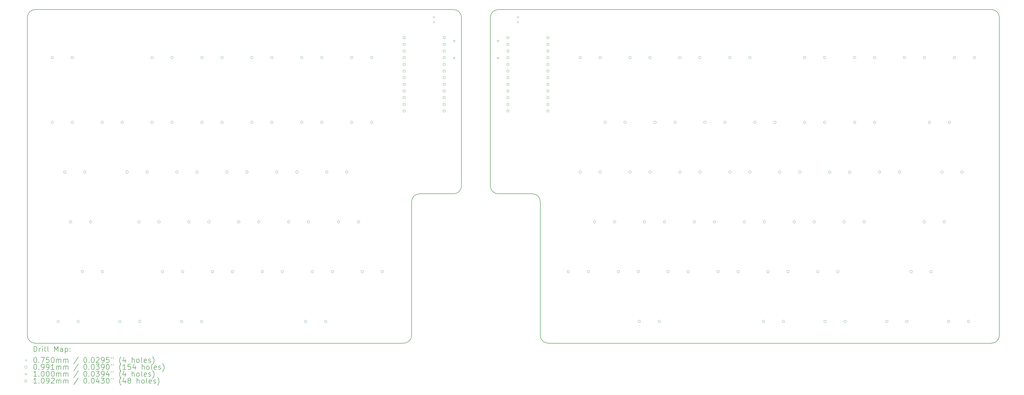
<source format=gbr>
%TF.GenerationSoftware,KiCad,Pcbnew,9.0.2*%
%TF.CreationDate,2025-05-23T00:15:23+09:00*%
%TF.ProjectId,jjongkbd,6a6a6f6e-676b-4626-942e-6b696361645f,0.1*%
%TF.SameCoordinates,Original*%
%TF.FileFunction,Drillmap*%
%TF.FilePolarity,Positive*%
%FSLAX45Y45*%
G04 Gerber Fmt 4.5, Leading zero omitted, Abs format (unit mm)*
G04 Created by KiCad (PCBNEW 9.0.2) date 2025-05-23 00:15:23*
%MOMM*%
%LPD*%
G01*
G04 APERTURE LIST*
%ADD10C,0.150000*%
%ADD11C,0.200000*%
%ADD12C,0.100000*%
%ADD13C,0.109220*%
G04 APERTURE END LIST*
D10*
X2470000Y-16800000D02*
X2470000Y-4670000D01*
X2770000Y-4370000D02*
X18700000Y-4370000D01*
X19000000Y-4670000D02*
X19000000Y-11100000D01*
X18700000Y-11400000D02*
X17400000Y-11400000D01*
X17100000Y-11700000D02*
X17100000Y-16800000D01*
X16800000Y-17100000D02*
X2770000Y-17100000D01*
X2470000Y-4670000D02*
G75*
G02*
X2770000Y-4370000I300000J0D01*
G01*
X18700000Y-4370000D02*
G75*
G02*
X19000000Y-4670000I0J-300000D01*
G01*
X19000000Y-11100000D02*
G75*
G02*
X18700000Y-11400000I-300000J0D01*
G01*
X17100000Y-11700000D02*
G75*
G02*
X17400000Y-11400000I300000J0D01*
G01*
X17100000Y-16800000D02*
G75*
G02*
X16800000Y-17100000I-300000J0D01*
G01*
X2770000Y-17100000D02*
G75*
G02*
X2470000Y-16800000I0J300000D01*
G01*
X20400000Y-4370000D02*
X39180000Y-4370000D01*
X39480000Y-4670000D02*
X39480000Y-16800000D01*
X39180000Y-17100000D02*
X22300000Y-17100000D01*
X22000000Y-16800000D02*
X22000000Y-11700000D01*
X21700000Y-11400000D02*
X20400000Y-11400000D01*
X20100000Y-11100000D02*
X20100000Y-4670000D01*
X39180000Y-4370000D02*
G75*
G02*
X39480000Y-4670000I0J-300000D01*
G01*
X39480000Y-16800000D02*
G75*
G02*
X39180000Y-17100000I-300000J0D01*
G01*
X22300000Y-17100000D02*
G75*
G02*
X22000000Y-16800000I0J300000D01*
G01*
X21700000Y-11400000D02*
G75*
G02*
X22000000Y-11700000I0J-300000D01*
G01*
X20400000Y-11400000D02*
G75*
G02*
X20100000Y-11100000I0J300000D01*
G01*
X20100000Y-4670000D02*
G75*
G02*
X20400000Y-4370000I300000J0D01*
G01*
D11*
D12*
X17917500Y-4612500D02*
X17992500Y-4687500D01*
X17992500Y-4612500D02*
X17917500Y-4687500D01*
X17917500Y-4812500D02*
X17992500Y-4887500D01*
X17992500Y-4812500D02*
X17917500Y-4887500D01*
X21107500Y-4612500D02*
X21182500Y-4687500D01*
X21182500Y-4612500D02*
X21107500Y-4687500D01*
X21107500Y-4812500D02*
X21182500Y-4887500D01*
X21182500Y-4812500D02*
X21107500Y-4887500D01*
X3468530Y-6200000D02*
G75*
G02*
X3369470Y-6200000I-49530J0D01*
G01*
X3369470Y-6200000D02*
G75*
G02*
X3468530Y-6200000I49530J0D01*
G01*
X3468530Y-8670000D02*
G75*
G02*
X3369470Y-8670000I-49530J0D01*
G01*
X3369470Y-8670000D02*
G75*
G02*
X3468530Y-8670000I49530J0D01*
G01*
X3693530Y-16270000D02*
G75*
G02*
X3594470Y-16270000I-49530J0D01*
G01*
X3594470Y-16270000D02*
G75*
G02*
X3693530Y-16270000I49530J0D01*
G01*
X3943530Y-10570000D02*
G75*
G02*
X3844470Y-10570000I-49530J0D01*
G01*
X3844470Y-10570000D02*
G75*
G02*
X3943530Y-10570000I49530J0D01*
G01*
X4168530Y-12470000D02*
G75*
G02*
X4069470Y-12470000I-49530J0D01*
G01*
X4069470Y-12470000D02*
G75*
G02*
X4168530Y-12470000I49530J0D01*
G01*
X4230530Y-6200000D02*
G75*
G02*
X4131470Y-6200000I-49530J0D01*
G01*
X4131470Y-6200000D02*
G75*
G02*
X4230530Y-6200000I49530J0D01*
G01*
X4230530Y-8670000D02*
G75*
G02*
X4131470Y-8670000I-49530J0D01*
G01*
X4131470Y-8670000D02*
G75*
G02*
X4230530Y-8670000I49530J0D01*
G01*
X4455530Y-16270000D02*
G75*
G02*
X4356470Y-16270000I-49530J0D01*
G01*
X4356470Y-16270000D02*
G75*
G02*
X4455530Y-16270000I49530J0D01*
G01*
X4618530Y-14370000D02*
G75*
G02*
X4519470Y-14370000I-49530J0D01*
G01*
X4519470Y-14370000D02*
G75*
G02*
X4618530Y-14370000I49530J0D01*
G01*
X4705530Y-10570000D02*
G75*
G02*
X4606470Y-10570000I-49530J0D01*
G01*
X4606470Y-10570000D02*
G75*
G02*
X4705530Y-10570000I49530J0D01*
G01*
X4930530Y-12470000D02*
G75*
G02*
X4831470Y-12470000I-49530J0D01*
G01*
X4831470Y-12470000D02*
G75*
G02*
X4930530Y-12470000I49530J0D01*
G01*
X5368530Y-8670000D02*
G75*
G02*
X5269470Y-8670000I-49530J0D01*
G01*
X5269470Y-8670000D02*
G75*
G02*
X5368530Y-8670000I49530J0D01*
G01*
X5380530Y-14370000D02*
G75*
G02*
X5281470Y-14370000I-49530J0D01*
G01*
X5281470Y-14370000D02*
G75*
G02*
X5380530Y-14370000I49530J0D01*
G01*
X6043530Y-16270000D02*
G75*
G02*
X5944470Y-16270000I-49530J0D01*
G01*
X5944470Y-16270000D02*
G75*
G02*
X6043530Y-16270000I49530J0D01*
G01*
X6130530Y-8670000D02*
G75*
G02*
X6031470Y-8670000I-49530J0D01*
G01*
X6031470Y-8670000D02*
G75*
G02*
X6130530Y-8670000I49530J0D01*
G01*
X6318530Y-10570000D02*
G75*
G02*
X6219470Y-10570000I-49530J0D01*
G01*
X6219470Y-10570000D02*
G75*
G02*
X6318530Y-10570000I49530J0D01*
G01*
X6768530Y-12470000D02*
G75*
G02*
X6669470Y-12470000I-49530J0D01*
G01*
X6669470Y-12470000D02*
G75*
G02*
X6768530Y-12470000I49530J0D01*
G01*
X6805530Y-16270000D02*
G75*
G02*
X6706470Y-16270000I-49530J0D01*
G01*
X6706470Y-16270000D02*
G75*
G02*
X6805530Y-16270000I49530J0D01*
G01*
X7080530Y-10570000D02*
G75*
G02*
X6981470Y-10570000I-49530J0D01*
G01*
X6981470Y-10570000D02*
G75*
G02*
X7080530Y-10570000I49530J0D01*
G01*
X7268530Y-6200000D02*
G75*
G02*
X7169470Y-6200000I-49530J0D01*
G01*
X7169470Y-6200000D02*
G75*
G02*
X7268530Y-6200000I49530J0D01*
G01*
X7268530Y-8670000D02*
G75*
G02*
X7169470Y-8670000I-49530J0D01*
G01*
X7169470Y-8670000D02*
G75*
G02*
X7268530Y-8670000I49530J0D01*
G01*
X7530530Y-12470000D02*
G75*
G02*
X7431470Y-12470000I-49530J0D01*
G01*
X7431470Y-12470000D02*
G75*
G02*
X7530530Y-12470000I49530J0D01*
G01*
X7668530Y-14370000D02*
G75*
G02*
X7569470Y-14370000I-49530J0D01*
G01*
X7569470Y-14370000D02*
G75*
G02*
X7668530Y-14370000I49530J0D01*
G01*
X8030530Y-6200000D02*
G75*
G02*
X7931470Y-6200000I-49530J0D01*
G01*
X7931470Y-6200000D02*
G75*
G02*
X8030530Y-6200000I49530J0D01*
G01*
X8030530Y-8670000D02*
G75*
G02*
X7931470Y-8670000I-49530J0D01*
G01*
X7931470Y-8670000D02*
G75*
G02*
X8030530Y-8670000I49530J0D01*
G01*
X8218530Y-10570000D02*
G75*
G02*
X8119470Y-10570000I-49530J0D01*
G01*
X8119470Y-10570000D02*
G75*
G02*
X8218530Y-10570000I49530J0D01*
G01*
X8393530Y-16270000D02*
G75*
G02*
X8294470Y-16270000I-49530J0D01*
G01*
X8294470Y-16270000D02*
G75*
G02*
X8393530Y-16270000I49530J0D01*
G01*
X8430530Y-14370000D02*
G75*
G02*
X8331470Y-14370000I-49530J0D01*
G01*
X8331470Y-14370000D02*
G75*
G02*
X8430530Y-14370000I49530J0D01*
G01*
X8668530Y-12470000D02*
G75*
G02*
X8569470Y-12470000I-49530J0D01*
G01*
X8569470Y-12470000D02*
G75*
G02*
X8668530Y-12470000I49530J0D01*
G01*
X8980530Y-10570000D02*
G75*
G02*
X8881470Y-10570000I-49530J0D01*
G01*
X8881470Y-10570000D02*
G75*
G02*
X8980530Y-10570000I49530J0D01*
G01*
X9155530Y-16270000D02*
G75*
G02*
X9056470Y-16270000I-49530J0D01*
G01*
X9056470Y-16270000D02*
G75*
G02*
X9155530Y-16270000I49530J0D01*
G01*
X9168530Y-6200000D02*
G75*
G02*
X9069470Y-6200000I-49530J0D01*
G01*
X9069470Y-6200000D02*
G75*
G02*
X9168530Y-6200000I49530J0D01*
G01*
X9168530Y-8670000D02*
G75*
G02*
X9069470Y-8670000I-49530J0D01*
G01*
X9069470Y-8670000D02*
G75*
G02*
X9168530Y-8670000I49530J0D01*
G01*
X9430530Y-12470000D02*
G75*
G02*
X9331470Y-12470000I-49530J0D01*
G01*
X9331470Y-12470000D02*
G75*
G02*
X9430530Y-12470000I49530J0D01*
G01*
X9568530Y-14370000D02*
G75*
G02*
X9469470Y-14370000I-49530J0D01*
G01*
X9469470Y-14370000D02*
G75*
G02*
X9568530Y-14370000I49530J0D01*
G01*
X9930530Y-6200000D02*
G75*
G02*
X9831470Y-6200000I-49530J0D01*
G01*
X9831470Y-6200000D02*
G75*
G02*
X9930530Y-6200000I49530J0D01*
G01*
X9930530Y-8670000D02*
G75*
G02*
X9831470Y-8670000I-49530J0D01*
G01*
X9831470Y-8670000D02*
G75*
G02*
X9930530Y-8670000I49530J0D01*
G01*
X10118530Y-10570000D02*
G75*
G02*
X10019470Y-10570000I-49530J0D01*
G01*
X10019470Y-10570000D02*
G75*
G02*
X10118530Y-10570000I49530J0D01*
G01*
X10330530Y-14370000D02*
G75*
G02*
X10231470Y-14370000I-49530J0D01*
G01*
X10231470Y-14370000D02*
G75*
G02*
X10330530Y-14370000I49530J0D01*
G01*
X10568530Y-12470000D02*
G75*
G02*
X10469470Y-12470000I-49530J0D01*
G01*
X10469470Y-12470000D02*
G75*
G02*
X10568530Y-12470000I49530J0D01*
G01*
X10880530Y-10570000D02*
G75*
G02*
X10781470Y-10570000I-49530J0D01*
G01*
X10781470Y-10570000D02*
G75*
G02*
X10880530Y-10570000I49530J0D01*
G01*
X11068530Y-6200000D02*
G75*
G02*
X10969470Y-6200000I-49530J0D01*
G01*
X10969470Y-6200000D02*
G75*
G02*
X11068530Y-6200000I49530J0D01*
G01*
X11068530Y-8670000D02*
G75*
G02*
X10969470Y-8670000I-49530J0D01*
G01*
X10969470Y-8670000D02*
G75*
G02*
X11068530Y-8670000I49530J0D01*
G01*
X11330530Y-12470000D02*
G75*
G02*
X11231470Y-12470000I-49530J0D01*
G01*
X11231470Y-12470000D02*
G75*
G02*
X11330530Y-12470000I49530J0D01*
G01*
X11468530Y-14370000D02*
G75*
G02*
X11369470Y-14370000I-49530J0D01*
G01*
X11369470Y-14370000D02*
G75*
G02*
X11468530Y-14370000I49530J0D01*
G01*
X11830530Y-6200000D02*
G75*
G02*
X11731470Y-6200000I-49530J0D01*
G01*
X11731470Y-6200000D02*
G75*
G02*
X11830530Y-6200000I49530J0D01*
G01*
X11830530Y-8670000D02*
G75*
G02*
X11731470Y-8670000I-49530J0D01*
G01*
X11731470Y-8670000D02*
G75*
G02*
X11830530Y-8670000I49530J0D01*
G01*
X12018530Y-10570000D02*
G75*
G02*
X11919470Y-10570000I-49530J0D01*
G01*
X11919470Y-10570000D02*
G75*
G02*
X12018530Y-10570000I49530J0D01*
G01*
X12230530Y-14370000D02*
G75*
G02*
X12131470Y-14370000I-49530J0D01*
G01*
X12131470Y-14370000D02*
G75*
G02*
X12230530Y-14370000I49530J0D01*
G01*
X12468530Y-12470000D02*
G75*
G02*
X12369470Y-12470000I-49530J0D01*
G01*
X12369470Y-12470000D02*
G75*
G02*
X12468530Y-12470000I49530J0D01*
G01*
X12780530Y-10570000D02*
G75*
G02*
X12681470Y-10570000I-49530J0D01*
G01*
X12681470Y-10570000D02*
G75*
G02*
X12780530Y-10570000I49530J0D01*
G01*
X12968530Y-6200000D02*
G75*
G02*
X12869470Y-6200000I-49530J0D01*
G01*
X12869470Y-6200000D02*
G75*
G02*
X12968530Y-6200000I49530J0D01*
G01*
X12968530Y-8670000D02*
G75*
G02*
X12869470Y-8670000I-49530J0D01*
G01*
X12869470Y-8670000D02*
G75*
G02*
X12968530Y-8670000I49530J0D01*
G01*
X13118530Y-16270000D02*
G75*
G02*
X13019470Y-16270000I-49530J0D01*
G01*
X13019470Y-16270000D02*
G75*
G02*
X13118530Y-16270000I49530J0D01*
G01*
X13230530Y-12470000D02*
G75*
G02*
X13131470Y-12470000I-49530J0D01*
G01*
X13131470Y-12470000D02*
G75*
G02*
X13230530Y-12470000I49530J0D01*
G01*
X13368530Y-14370000D02*
G75*
G02*
X13269470Y-14370000I-49530J0D01*
G01*
X13269470Y-14370000D02*
G75*
G02*
X13368530Y-14370000I49530J0D01*
G01*
X13730530Y-6200000D02*
G75*
G02*
X13631470Y-6200000I-49530J0D01*
G01*
X13631470Y-6200000D02*
G75*
G02*
X13730530Y-6200000I49530J0D01*
G01*
X13730530Y-8670000D02*
G75*
G02*
X13631470Y-8670000I-49530J0D01*
G01*
X13631470Y-8670000D02*
G75*
G02*
X13730530Y-8670000I49530J0D01*
G01*
X13880530Y-16270000D02*
G75*
G02*
X13781470Y-16270000I-49530J0D01*
G01*
X13781470Y-16270000D02*
G75*
G02*
X13880530Y-16270000I49530J0D01*
G01*
X13918530Y-10570000D02*
G75*
G02*
X13819470Y-10570000I-49530J0D01*
G01*
X13819470Y-10570000D02*
G75*
G02*
X13918530Y-10570000I49530J0D01*
G01*
X14130530Y-14370000D02*
G75*
G02*
X14031470Y-14370000I-49530J0D01*
G01*
X14031470Y-14370000D02*
G75*
G02*
X14130530Y-14370000I49530J0D01*
G01*
X14368530Y-12470000D02*
G75*
G02*
X14269470Y-12470000I-49530J0D01*
G01*
X14269470Y-12470000D02*
G75*
G02*
X14368530Y-12470000I49530J0D01*
G01*
X14680530Y-10570000D02*
G75*
G02*
X14581470Y-10570000I-49530J0D01*
G01*
X14581470Y-10570000D02*
G75*
G02*
X14680530Y-10570000I49530J0D01*
G01*
X14868530Y-6200000D02*
G75*
G02*
X14769470Y-6200000I-49530J0D01*
G01*
X14769470Y-6200000D02*
G75*
G02*
X14868530Y-6200000I49530J0D01*
G01*
X14868530Y-8670000D02*
G75*
G02*
X14769470Y-8670000I-49530J0D01*
G01*
X14769470Y-8670000D02*
G75*
G02*
X14868530Y-8670000I49530J0D01*
G01*
X15130530Y-12470000D02*
G75*
G02*
X15031470Y-12470000I-49530J0D01*
G01*
X15031470Y-12470000D02*
G75*
G02*
X15130530Y-12470000I49530J0D01*
G01*
X15268530Y-14370000D02*
G75*
G02*
X15169470Y-14370000I-49530J0D01*
G01*
X15169470Y-14370000D02*
G75*
G02*
X15268530Y-14370000I49530J0D01*
G01*
X15630530Y-6200000D02*
G75*
G02*
X15531470Y-6200000I-49530J0D01*
G01*
X15531470Y-6200000D02*
G75*
G02*
X15630530Y-6200000I49530J0D01*
G01*
X15630530Y-8670000D02*
G75*
G02*
X15531470Y-8670000I-49530J0D01*
G01*
X15531470Y-8670000D02*
G75*
G02*
X15630530Y-8670000I49530J0D01*
G01*
X16030530Y-14370000D02*
G75*
G02*
X15931470Y-14370000I-49530J0D01*
G01*
X15931470Y-14370000D02*
G75*
G02*
X16030530Y-14370000I49530J0D01*
G01*
X23118530Y-14370000D02*
G75*
G02*
X23019470Y-14370000I-49530J0D01*
G01*
X23019470Y-14370000D02*
G75*
G02*
X23118530Y-14370000I49530J0D01*
G01*
X23568530Y-6200000D02*
G75*
G02*
X23469470Y-6200000I-49530J0D01*
G01*
X23469470Y-6200000D02*
G75*
G02*
X23568530Y-6200000I49530J0D01*
G01*
X23568530Y-10570000D02*
G75*
G02*
X23469470Y-10570000I-49530J0D01*
G01*
X23469470Y-10570000D02*
G75*
G02*
X23568530Y-10570000I49530J0D01*
G01*
X23880530Y-14370000D02*
G75*
G02*
X23781470Y-14370000I-49530J0D01*
G01*
X23781470Y-14370000D02*
G75*
G02*
X23880530Y-14370000I49530J0D01*
G01*
X24118530Y-12470000D02*
G75*
G02*
X24019470Y-12470000I-49530J0D01*
G01*
X24019470Y-12470000D02*
G75*
G02*
X24118530Y-12470000I49530J0D01*
G01*
X24330530Y-6200000D02*
G75*
G02*
X24231470Y-6200000I-49530J0D01*
G01*
X24231470Y-6200000D02*
G75*
G02*
X24330530Y-6200000I49530J0D01*
G01*
X24330530Y-10570000D02*
G75*
G02*
X24231470Y-10570000I-49530J0D01*
G01*
X24231470Y-10570000D02*
G75*
G02*
X24330530Y-10570000I49530J0D01*
G01*
X24518530Y-8670000D02*
G75*
G02*
X24419470Y-8670000I-49530J0D01*
G01*
X24419470Y-8670000D02*
G75*
G02*
X24518530Y-8670000I49530J0D01*
G01*
X24880530Y-12470000D02*
G75*
G02*
X24781470Y-12470000I-49530J0D01*
G01*
X24781470Y-12470000D02*
G75*
G02*
X24880530Y-12470000I49530J0D01*
G01*
X25018530Y-14370000D02*
G75*
G02*
X24919470Y-14370000I-49530J0D01*
G01*
X24919470Y-14370000D02*
G75*
G02*
X25018530Y-14370000I49530J0D01*
G01*
X25280530Y-8670000D02*
G75*
G02*
X25181470Y-8670000I-49530J0D01*
G01*
X25181470Y-8670000D02*
G75*
G02*
X25280530Y-8670000I49530J0D01*
G01*
X25468530Y-6200000D02*
G75*
G02*
X25369470Y-6200000I-49530J0D01*
G01*
X25369470Y-6200000D02*
G75*
G02*
X25468530Y-6200000I49530J0D01*
G01*
X25468530Y-10570000D02*
G75*
G02*
X25369470Y-10570000I-49530J0D01*
G01*
X25369470Y-10570000D02*
G75*
G02*
X25468530Y-10570000I49530J0D01*
G01*
X25780530Y-14370000D02*
G75*
G02*
X25681470Y-14370000I-49530J0D01*
G01*
X25681470Y-14370000D02*
G75*
G02*
X25780530Y-14370000I49530J0D01*
G01*
X25818530Y-16270000D02*
G75*
G02*
X25719470Y-16270000I-49530J0D01*
G01*
X25719470Y-16270000D02*
G75*
G02*
X25818530Y-16270000I49530J0D01*
G01*
X26018530Y-12470000D02*
G75*
G02*
X25919470Y-12470000I-49530J0D01*
G01*
X25919470Y-12470000D02*
G75*
G02*
X26018530Y-12470000I49530J0D01*
G01*
X26230530Y-6200000D02*
G75*
G02*
X26131470Y-6200000I-49530J0D01*
G01*
X26131470Y-6200000D02*
G75*
G02*
X26230530Y-6200000I49530J0D01*
G01*
X26230530Y-10570000D02*
G75*
G02*
X26131470Y-10570000I-49530J0D01*
G01*
X26131470Y-10570000D02*
G75*
G02*
X26230530Y-10570000I49530J0D01*
G01*
X26418530Y-8670000D02*
G75*
G02*
X26319470Y-8670000I-49530J0D01*
G01*
X26319470Y-8670000D02*
G75*
G02*
X26418530Y-8670000I49530J0D01*
G01*
X26580530Y-16270000D02*
G75*
G02*
X26481470Y-16270000I-49530J0D01*
G01*
X26481470Y-16270000D02*
G75*
G02*
X26580530Y-16270000I49530J0D01*
G01*
X26780530Y-12470000D02*
G75*
G02*
X26681470Y-12470000I-49530J0D01*
G01*
X26681470Y-12470000D02*
G75*
G02*
X26780530Y-12470000I49530J0D01*
G01*
X26918530Y-14370000D02*
G75*
G02*
X26819470Y-14370000I-49530J0D01*
G01*
X26819470Y-14370000D02*
G75*
G02*
X26918530Y-14370000I49530J0D01*
G01*
X27180530Y-8670000D02*
G75*
G02*
X27081470Y-8670000I-49530J0D01*
G01*
X27081470Y-8670000D02*
G75*
G02*
X27180530Y-8670000I49530J0D01*
G01*
X27368530Y-6200000D02*
G75*
G02*
X27269470Y-6200000I-49530J0D01*
G01*
X27269470Y-6200000D02*
G75*
G02*
X27368530Y-6200000I49530J0D01*
G01*
X27368530Y-10570000D02*
G75*
G02*
X27269470Y-10570000I-49530J0D01*
G01*
X27269470Y-10570000D02*
G75*
G02*
X27368530Y-10570000I49530J0D01*
G01*
X27680530Y-14370000D02*
G75*
G02*
X27581470Y-14370000I-49530J0D01*
G01*
X27581470Y-14370000D02*
G75*
G02*
X27680530Y-14370000I49530J0D01*
G01*
X27918530Y-12470000D02*
G75*
G02*
X27819470Y-12470000I-49530J0D01*
G01*
X27819470Y-12470000D02*
G75*
G02*
X27918530Y-12470000I49530J0D01*
G01*
X28130530Y-6200000D02*
G75*
G02*
X28031470Y-6200000I-49530J0D01*
G01*
X28031470Y-6200000D02*
G75*
G02*
X28130530Y-6200000I49530J0D01*
G01*
X28130530Y-10570000D02*
G75*
G02*
X28031470Y-10570000I-49530J0D01*
G01*
X28031470Y-10570000D02*
G75*
G02*
X28130530Y-10570000I49530J0D01*
G01*
X28318530Y-8670000D02*
G75*
G02*
X28219470Y-8670000I-49530J0D01*
G01*
X28219470Y-8670000D02*
G75*
G02*
X28318530Y-8670000I49530J0D01*
G01*
X28680530Y-12470000D02*
G75*
G02*
X28581470Y-12470000I-49530J0D01*
G01*
X28581470Y-12470000D02*
G75*
G02*
X28680530Y-12470000I49530J0D01*
G01*
X28818530Y-14370000D02*
G75*
G02*
X28719470Y-14370000I-49530J0D01*
G01*
X28719470Y-14370000D02*
G75*
G02*
X28818530Y-14370000I49530J0D01*
G01*
X29080530Y-8670000D02*
G75*
G02*
X28981470Y-8670000I-49530J0D01*
G01*
X28981470Y-8670000D02*
G75*
G02*
X29080530Y-8670000I49530J0D01*
G01*
X29268530Y-6200000D02*
G75*
G02*
X29169470Y-6200000I-49530J0D01*
G01*
X29169470Y-6200000D02*
G75*
G02*
X29268530Y-6200000I49530J0D01*
G01*
X29268530Y-10570000D02*
G75*
G02*
X29169470Y-10570000I-49530J0D01*
G01*
X29169470Y-10570000D02*
G75*
G02*
X29268530Y-10570000I49530J0D01*
G01*
X29580530Y-14370000D02*
G75*
G02*
X29481470Y-14370000I-49530J0D01*
G01*
X29481470Y-14370000D02*
G75*
G02*
X29580530Y-14370000I49530J0D01*
G01*
X29818530Y-12470000D02*
G75*
G02*
X29719470Y-12470000I-49530J0D01*
G01*
X29719470Y-12470000D02*
G75*
G02*
X29818530Y-12470000I49530J0D01*
G01*
X30030530Y-6200000D02*
G75*
G02*
X29931470Y-6200000I-49530J0D01*
G01*
X29931470Y-6200000D02*
G75*
G02*
X30030530Y-6200000I49530J0D01*
G01*
X30030530Y-10570000D02*
G75*
G02*
X29931470Y-10570000I-49530J0D01*
G01*
X29931470Y-10570000D02*
G75*
G02*
X30030530Y-10570000I49530J0D01*
G01*
X30218530Y-8670000D02*
G75*
G02*
X30119470Y-8670000I-49530J0D01*
G01*
X30119470Y-8670000D02*
G75*
G02*
X30218530Y-8670000I49530J0D01*
G01*
X30543530Y-16270000D02*
G75*
G02*
X30444470Y-16270000I-49530J0D01*
G01*
X30444470Y-16270000D02*
G75*
G02*
X30543530Y-16270000I49530J0D01*
G01*
X30580530Y-12470000D02*
G75*
G02*
X30481470Y-12470000I-49530J0D01*
G01*
X30481470Y-12470000D02*
G75*
G02*
X30580530Y-12470000I49530J0D01*
G01*
X30718530Y-14370000D02*
G75*
G02*
X30619470Y-14370000I-49530J0D01*
G01*
X30619470Y-14370000D02*
G75*
G02*
X30718530Y-14370000I49530J0D01*
G01*
X30980530Y-8670000D02*
G75*
G02*
X30881470Y-8670000I-49530J0D01*
G01*
X30881470Y-8670000D02*
G75*
G02*
X30980530Y-8670000I49530J0D01*
G01*
X31168530Y-10570000D02*
G75*
G02*
X31069470Y-10570000I-49530J0D01*
G01*
X31069470Y-10570000D02*
G75*
G02*
X31168530Y-10570000I49530J0D01*
G01*
X31305530Y-16270000D02*
G75*
G02*
X31206470Y-16270000I-49530J0D01*
G01*
X31206470Y-16270000D02*
G75*
G02*
X31305530Y-16270000I49530J0D01*
G01*
X31480530Y-14370000D02*
G75*
G02*
X31381470Y-14370000I-49530J0D01*
G01*
X31381470Y-14370000D02*
G75*
G02*
X31480530Y-14370000I49530J0D01*
G01*
X31718530Y-12470000D02*
G75*
G02*
X31619470Y-12470000I-49530J0D01*
G01*
X31619470Y-12470000D02*
G75*
G02*
X31718530Y-12470000I49530J0D01*
G01*
X31930530Y-10570000D02*
G75*
G02*
X31831470Y-10570000I-49530J0D01*
G01*
X31831470Y-10570000D02*
G75*
G02*
X31930530Y-10570000I49530J0D01*
G01*
X32118530Y-6200000D02*
G75*
G02*
X32019470Y-6200000I-49530J0D01*
G01*
X32019470Y-6200000D02*
G75*
G02*
X32118530Y-6200000I49530J0D01*
G01*
X32118530Y-8670000D02*
G75*
G02*
X32019470Y-8670000I-49530J0D01*
G01*
X32019470Y-8670000D02*
G75*
G02*
X32118530Y-8670000I49530J0D01*
G01*
X32480530Y-12470000D02*
G75*
G02*
X32381470Y-12470000I-49530J0D01*
G01*
X32381470Y-12470000D02*
G75*
G02*
X32480530Y-12470000I49530J0D01*
G01*
X32618530Y-14370000D02*
G75*
G02*
X32519470Y-14370000I-49530J0D01*
G01*
X32519470Y-14370000D02*
G75*
G02*
X32618530Y-14370000I49530J0D01*
G01*
X32880530Y-6200000D02*
G75*
G02*
X32781470Y-6200000I-49530J0D01*
G01*
X32781470Y-6200000D02*
G75*
G02*
X32880530Y-6200000I49530J0D01*
G01*
X32880530Y-8670000D02*
G75*
G02*
X32781470Y-8670000I-49530J0D01*
G01*
X32781470Y-8670000D02*
G75*
G02*
X32880530Y-8670000I49530J0D01*
G01*
X32893530Y-16270000D02*
G75*
G02*
X32794470Y-16270000I-49530J0D01*
G01*
X32794470Y-16270000D02*
G75*
G02*
X32893530Y-16270000I49530J0D01*
G01*
X33068530Y-10570000D02*
G75*
G02*
X32969470Y-10570000I-49530J0D01*
G01*
X32969470Y-10570000D02*
G75*
G02*
X33068530Y-10570000I49530J0D01*
G01*
X33380530Y-14370000D02*
G75*
G02*
X33281470Y-14370000I-49530J0D01*
G01*
X33281470Y-14370000D02*
G75*
G02*
X33380530Y-14370000I49530J0D01*
G01*
X33618530Y-12470000D02*
G75*
G02*
X33519470Y-12470000I-49530J0D01*
G01*
X33519470Y-12470000D02*
G75*
G02*
X33618530Y-12470000I49530J0D01*
G01*
X33655530Y-16270000D02*
G75*
G02*
X33556470Y-16270000I-49530J0D01*
G01*
X33556470Y-16270000D02*
G75*
G02*
X33655530Y-16270000I49530J0D01*
G01*
X33830530Y-10570000D02*
G75*
G02*
X33731470Y-10570000I-49530J0D01*
G01*
X33731470Y-10570000D02*
G75*
G02*
X33830530Y-10570000I49530J0D01*
G01*
X34018530Y-6200000D02*
G75*
G02*
X33919470Y-6200000I-49530J0D01*
G01*
X33919470Y-6200000D02*
G75*
G02*
X34018530Y-6200000I49530J0D01*
G01*
X34018530Y-8670000D02*
G75*
G02*
X33919470Y-8670000I-49530J0D01*
G01*
X33919470Y-8670000D02*
G75*
G02*
X34018530Y-8670000I49530J0D01*
G01*
X34380530Y-12470000D02*
G75*
G02*
X34281470Y-12470000I-49530J0D01*
G01*
X34281470Y-12470000D02*
G75*
G02*
X34380530Y-12470000I49530J0D01*
G01*
X34780530Y-6200000D02*
G75*
G02*
X34681470Y-6200000I-49530J0D01*
G01*
X34681470Y-6200000D02*
G75*
G02*
X34780530Y-6200000I49530J0D01*
G01*
X34780530Y-8670000D02*
G75*
G02*
X34681470Y-8670000I-49530J0D01*
G01*
X34681470Y-8670000D02*
G75*
G02*
X34780530Y-8670000I49530J0D01*
G01*
X34968530Y-10570000D02*
G75*
G02*
X34869470Y-10570000I-49530J0D01*
G01*
X34869470Y-10570000D02*
G75*
G02*
X34968530Y-10570000I49530J0D01*
G01*
X35243530Y-16270000D02*
G75*
G02*
X35144470Y-16270000I-49530J0D01*
G01*
X35144470Y-16270000D02*
G75*
G02*
X35243530Y-16270000I49530J0D01*
G01*
X35730530Y-10570000D02*
G75*
G02*
X35631470Y-10570000I-49530J0D01*
G01*
X35631470Y-10570000D02*
G75*
G02*
X35730530Y-10570000I49530J0D01*
G01*
X35918530Y-6200000D02*
G75*
G02*
X35819470Y-6200000I-49530J0D01*
G01*
X35819470Y-6200000D02*
G75*
G02*
X35918530Y-6200000I49530J0D01*
G01*
X36005530Y-16270000D02*
G75*
G02*
X35906470Y-16270000I-49530J0D01*
G01*
X35906470Y-16270000D02*
G75*
G02*
X36005530Y-16270000I49530J0D01*
G01*
X36168530Y-14370000D02*
G75*
G02*
X36069470Y-14370000I-49530J0D01*
G01*
X36069470Y-14370000D02*
G75*
G02*
X36168530Y-14370000I49530J0D01*
G01*
X36668530Y-12470000D02*
G75*
G02*
X36569470Y-12470000I-49530J0D01*
G01*
X36569470Y-12470000D02*
G75*
G02*
X36668530Y-12470000I49530J0D01*
G01*
X36680530Y-6200000D02*
G75*
G02*
X36581470Y-6200000I-49530J0D01*
G01*
X36581470Y-6200000D02*
G75*
G02*
X36680530Y-6200000I49530J0D01*
G01*
X36868530Y-8670000D02*
G75*
G02*
X36769470Y-8670000I-49530J0D01*
G01*
X36769470Y-8670000D02*
G75*
G02*
X36868530Y-8670000I49530J0D01*
G01*
X36930530Y-14370000D02*
G75*
G02*
X36831470Y-14370000I-49530J0D01*
G01*
X36831470Y-14370000D02*
G75*
G02*
X36930530Y-14370000I49530J0D01*
G01*
X37343530Y-10570000D02*
G75*
G02*
X37244470Y-10570000I-49530J0D01*
G01*
X37244470Y-10570000D02*
G75*
G02*
X37343530Y-10570000I49530J0D01*
G01*
X37430530Y-12470000D02*
G75*
G02*
X37331470Y-12470000I-49530J0D01*
G01*
X37331470Y-12470000D02*
G75*
G02*
X37430530Y-12470000I49530J0D01*
G01*
X37593530Y-16270000D02*
G75*
G02*
X37494470Y-16270000I-49530J0D01*
G01*
X37494470Y-16270000D02*
G75*
G02*
X37593530Y-16270000I49530J0D01*
G01*
X37630530Y-8670000D02*
G75*
G02*
X37531470Y-8670000I-49530J0D01*
G01*
X37531470Y-8670000D02*
G75*
G02*
X37630530Y-8670000I49530J0D01*
G01*
X37818530Y-6200000D02*
G75*
G02*
X37719470Y-6200000I-49530J0D01*
G01*
X37719470Y-6200000D02*
G75*
G02*
X37818530Y-6200000I49530J0D01*
G01*
X38105530Y-10570000D02*
G75*
G02*
X38006470Y-10570000I-49530J0D01*
G01*
X38006470Y-10570000D02*
G75*
G02*
X38105530Y-10570000I49530J0D01*
G01*
X38355530Y-16270000D02*
G75*
G02*
X38256470Y-16270000I-49530J0D01*
G01*
X38256470Y-16270000D02*
G75*
G02*
X38355530Y-16270000I49530J0D01*
G01*
X38580530Y-6200000D02*
G75*
G02*
X38481470Y-6200000I-49530J0D01*
G01*
X38481470Y-6200000D02*
G75*
G02*
X38580530Y-6200000I49530J0D01*
G01*
X18715000Y-5515000D02*
X18715000Y-5615000D01*
X18665000Y-5565000D02*
X18765000Y-5565000D01*
X18715000Y-6165000D02*
X18715000Y-6265000D01*
X18665000Y-6215000D02*
X18765000Y-6215000D01*
X20385000Y-5515000D02*
X20385000Y-5615000D01*
X20335000Y-5565000D02*
X20435000Y-5565000D01*
X20385000Y-6165000D02*
X20385000Y-6265000D01*
X20335000Y-6215000D02*
X20435000Y-6215000D01*
D13*
X16851616Y-5481616D02*
X16851616Y-5404385D01*
X16774384Y-5404385D01*
X16774384Y-5481616D01*
X16851616Y-5481616D01*
X16851616Y-5735615D02*
X16851616Y-5658384D01*
X16774384Y-5658384D01*
X16774384Y-5735615D01*
X16851616Y-5735615D01*
X16851616Y-5989615D02*
X16851616Y-5912384D01*
X16774384Y-5912384D01*
X16774384Y-5989615D01*
X16851616Y-5989615D01*
X16851616Y-6243615D02*
X16851616Y-6166384D01*
X16774384Y-6166384D01*
X16774384Y-6243615D01*
X16851616Y-6243615D01*
X16851616Y-6497615D02*
X16851616Y-6420384D01*
X16774384Y-6420384D01*
X16774384Y-6497615D01*
X16851616Y-6497615D01*
X16851616Y-6751615D02*
X16851616Y-6674384D01*
X16774384Y-6674384D01*
X16774384Y-6751615D01*
X16851616Y-6751615D01*
X16851616Y-7005615D02*
X16851616Y-6928384D01*
X16774384Y-6928384D01*
X16774384Y-7005615D01*
X16851616Y-7005615D01*
X16851616Y-7259615D02*
X16851616Y-7182384D01*
X16774384Y-7182384D01*
X16774384Y-7259615D01*
X16851616Y-7259615D01*
X16851616Y-7513615D02*
X16851616Y-7436384D01*
X16774384Y-7436384D01*
X16774384Y-7513615D01*
X16851616Y-7513615D01*
X16851616Y-7767615D02*
X16851616Y-7690384D01*
X16774384Y-7690384D01*
X16774384Y-7767615D01*
X16851616Y-7767615D01*
X16851616Y-8021615D02*
X16851616Y-7944384D01*
X16774384Y-7944384D01*
X16774384Y-8021615D01*
X16851616Y-8021615D01*
X16851616Y-8275615D02*
X16851616Y-8198384D01*
X16774384Y-8198384D01*
X16774384Y-8275615D01*
X16851616Y-8275615D01*
X18375616Y-5481616D02*
X18375616Y-5404385D01*
X18298385Y-5404385D01*
X18298385Y-5481616D01*
X18375616Y-5481616D01*
X18375616Y-5735615D02*
X18375616Y-5658384D01*
X18298385Y-5658384D01*
X18298385Y-5735615D01*
X18375616Y-5735615D01*
X18375616Y-5989615D02*
X18375616Y-5912384D01*
X18298385Y-5912384D01*
X18298385Y-5989615D01*
X18375616Y-5989615D01*
X18375616Y-6243615D02*
X18375616Y-6166384D01*
X18298385Y-6166384D01*
X18298385Y-6243615D01*
X18375616Y-6243615D01*
X18375616Y-6497615D02*
X18375616Y-6420384D01*
X18298385Y-6420384D01*
X18298385Y-6497615D01*
X18375616Y-6497615D01*
X18375616Y-6751615D02*
X18375616Y-6674384D01*
X18298385Y-6674384D01*
X18298385Y-6751615D01*
X18375616Y-6751615D01*
X18375616Y-7005615D02*
X18375616Y-6928384D01*
X18298385Y-6928384D01*
X18298385Y-7005615D01*
X18375616Y-7005615D01*
X18375616Y-7259615D02*
X18375616Y-7182384D01*
X18298385Y-7182384D01*
X18298385Y-7259615D01*
X18375616Y-7259615D01*
X18375616Y-7513615D02*
X18375616Y-7436384D01*
X18298385Y-7436384D01*
X18298385Y-7513615D01*
X18375616Y-7513615D01*
X18375616Y-7767615D02*
X18375616Y-7690384D01*
X18298385Y-7690384D01*
X18298385Y-7767615D01*
X18375616Y-7767615D01*
X18375616Y-8021615D02*
X18375616Y-7944384D01*
X18298385Y-7944384D01*
X18298385Y-8021615D01*
X18375616Y-8021615D01*
X18375616Y-8275615D02*
X18375616Y-8198384D01*
X18298385Y-8198384D01*
X18298385Y-8275615D01*
X18375616Y-8275615D01*
X20801616Y-5481616D02*
X20801616Y-5404385D01*
X20724385Y-5404385D01*
X20724385Y-5481616D01*
X20801616Y-5481616D01*
X20801616Y-5735615D02*
X20801616Y-5658384D01*
X20724385Y-5658384D01*
X20724385Y-5735615D01*
X20801616Y-5735615D01*
X20801616Y-5989615D02*
X20801616Y-5912384D01*
X20724385Y-5912384D01*
X20724385Y-5989615D01*
X20801616Y-5989615D01*
X20801616Y-6243615D02*
X20801616Y-6166384D01*
X20724385Y-6166384D01*
X20724385Y-6243615D01*
X20801616Y-6243615D01*
X20801616Y-6497615D02*
X20801616Y-6420384D01*
X20724385Y-6420384D01*
X20724385Y-6497615D01*
X20801616Y-6497615D01*
X20801616Y-6751615D02*
X20801616Y-6674384D01*
X20724385Y-6674384D01*
X20724385Y-6751615D01*
X20801616Y-6751615D01*
X20801616Y-7005615D02*
X20801616Y-6928384D01*
X20724385Y-6928384D01*
X20724385Y-7005615D01*
X20801616Y-7005615D01*
X20801616Y-7259615D02*
X20801616Y-7182384D01*
X20724385Y-7182384D01*
X20724385Y-7259615D01*
X20801616Y-7259615D01*
X20801616Y-7513615D02*
X20801616Y-7436384D01*
X20724385Y-7436384D01*
X20724385Y-7513615D01*
X20801616Y-7513615D01*
X20801616Y-7767615D02*
X20801616Y-7690384D01*
X20724385Y-7690384D01*
X20724385Y-7767615D01*
X20801616Y-7767615D01*
X20801616Y-8021615D02*
X20801616Y-7944384D01*
X20724385Y-7944384D01*
X20724385Y-8021615D01*
X20801616Y-8021615D01*
X20801616Y-8275615D02*
X20801616Y-8198384D01*
X20724385Y-8198384D01*
X20724385Y-8275615D01*
X20801616Y-8275615D01*
X22325616Y-5481616D02*
X22325616Y-5404385D01*
X22248385Y-5404385D01*
X22248385Y-5481616D01*
X22325616Y-5481616D01*
X22325616Y-5735615D02*
X22325616Y-5658384D01*
X22248385Y-5658384D01*
X22248385Y-5735615D01*
X22325616Y-5735615D01*
X22325616Y-5989615D02*
X22325616Y-5912384D01*
X22248385Y-5912384D01*
X22248385Y-5989615D01*
X22325616Y-5989615D01*
X22325616Y-6243615D02*
X22325616Y-6166384D01*
X22248385Y-6166384D01*
X22248385Y-6243615D01*
X22325616Y-6243615D01*
X22325616Y-6497615D02*
X22325616Y-6420384D01*
X22248385Y-6420384D01*
X22248385Y-6497615D01*
X22325616Y-6497615D01*
X22325616Y-6751615D02*
X22325616Y-6674384D01*
X22248385Y-6674384D01*
X22248385Y-6751615D01*
X22325616Y-6751615D01*
X22325616Y-7005615D02*
X22325616Y-6928384D01*
X22248385Y-6928384D01*
X22248385Y-7005615D01*
X22325616Y-7005615D01*
X22325616Y-7259615D02*
X22325616Y-7182384D01*
X22248385Y-7182384D01*
X22248385Y-7259615D01*
X22325616Y-7259615D01*
X22325616Y-7513615D02*
X22325616Y-7436384D01*
X22248385Y-7436384D01*
X22248385Y-7513615D01*
X22325616Y-7513615D01*
X22325616Y-7767615D02*
X22325616Y-7690384D01*
X22248385Y-7690384D01*
X22248385Y-7767615D01*
X22325616Y-7767615D01*
X22325616Y-8021615D02*
X22325616Y-7944384D01*
X22248385Y-7944384D01*
X22248385Y-8021615D01*
X22325616Y-8021615D01*
X22325616Y-8275615D02*
X22325616Y-8198384D01*
X22248385Y-8198384D01*
X22248385Y-8275615D01*
X22325616Y-8275615D01*
D11*
X2723277Y-17418984D02*
X2723277Y-17218984D01*
X2723277Y-17218984D02*
X2770896Y-17218984D01*
X2770896Y-17218984D02*
X2799467Y-17228508D01*
X2799467Y-17228508D02*
X2818515Y-17247555D01*
X2818515Y-17247555D02*
X2828039Y-17266603D01*
X2828039Y-17266603D02*
X2837562Y-17304698D01*
X2837562Y-17304698D02*
X2837562Y-17333270D01*
X2837562Y-17333270D02*
X2828039Y-17371365D01*
X2828039Y-17371365D02*
X2818515Y-17390412D01*
X2818515Y-17390412D02*
X2799467Y-17409460D01*
X2799467Y-17409460D02*
X2770896Y-17418984D01*
X2770896Y-17418984D02*
X2723277Y-17418984D01*
X2923277Y-17418984D02*
X2923277Y-17285650D01*
X2923277Y-17323746D02*
X2932801Y-17304698D01*
X2932801Y-17304698D02*
X2942324Y-17295174D01*
X2942324Y-17295174D02*
X2961372Y-17285650D01*
X2961372Y-17285650D02*
X2980420Y-17285650D01*
X3047086Y-17418984D02*
X3047086Y-17285650D01*
X3047086Y-17218984D02*
X3037562Y-17228508D01*
X3037562Y-17228508D02*
X3047086Y-17238031D01*
X3047086Y-17238031D02*
X3056610Y-17228508D01*
X3056610Y-17228508D02*
X3047086Y-17218984D01*
X3047086Y-17218984D02*
X3047086Y-17238031D01*
X3170896Y-17418984D02*
X3151848Y-17409460D01*
X3151848Y-17409460D02*
X3142324Y-17390412D01*
X3142324Y-17390412D02*
X3142324Y-17218984D01*
X3275658Y-17418984D02*
X3256610Y-17409460D01*
X3256610Y-17409460D02*
X3247086Y-17390412D01*
X3247086Y-17390412D02*
X3247086Y-17218984D01*
X3504229Y-17418984D02*
X3504229Y-17218984D01*
X3504229Y-17218984D02*
X3570896Y-17361841D01*
X3570896Y-17361841D02*
X3637562Y-17218984D01*
X3637562Y-17218984D02*
X3637562Y-17418984D01*
X3818515Y-17418984D02*
X3818515Y-17314222D01*
X3818515Y-17314222D02*
X3808991Y-17295174D01*
X3808991Y-17295174D02*
X3789943Y-17285650D01*
X3789943Y-17285650D02*
X3751848Y-17285650D01*
X3751848Y-17285650D02*
X3732801Y-17295174D01*
X3818515Y-17409460D02*
X3799467Y-17418984D01*
X3799467Y-17418984D02*
X3751848Y-17418984D01*
X3751848Y-17418984D02*
X3732801Y-17409460D01*
X3732801Y-17409460D02*
X3723277Y-17390412D01*
X3723277Y-17390412D02*
X3723277Y-17371365D01*
X3723277Y-17371365D02*
X3732801Y-17352317D01*
X3732801Y-17352317D02*
X3751848Y-17342793D01*
X3751848Y-17342793D02*
X3799467Y-17342793D01*
X3799467Y-17342793D02*
X3818515Y-17333270D01*
X3913753Y-17285650D02*
X3913753Y-17485650D01*
X3913753Y-17295174D02*
X3932801Y-17285650D01*
X3932801Y-17285650D02*
X3970896Y-17285650D01*
X3970896Y-17285650D02*
X3989943Y-17295174D01*
X3989943Y-17295174D02*
X3999467Y-17304698D01*
X3999467Y-17304698D02*
X4008991Y-17323746D01*
X4008991Y-17323746D02*
X4008991Y-17380889D01*
X4008991Y-17380889D02*
X3999467Y-17399936D01*
X3999467Y-17399936D02*
X3989943Y-17409460D01*
X3989943Y-17409460D02*
X3970896Y-17418984D01*
X3970896Y-17418984D02*
X3932801Y-17418984D01*
X3932801Y-17418984D02*
X3913753Y-17409460D01*
X4094705Y-17399936D02*
X4104229Y-17409460D01*
X4104229Y-17409460D02*
X4094705Y-17418984D01*
X4094705Y-17418984D02*
X4085182Y-17409460D01*
X4085182Y-17409460D02*
X4094705Y-17399936D01*
X4094705Y-17399936D02*
X4094705Y-17418984D01*
X4094705Y-17295174D02*
X4104229Y-17304698D01*
X4104229Y-17304698D02*
X4094705Y-17314222D01*
X4094705Y-17314222D02*
X4085182Y-17304698D01*
X4085182Y-17304698D02*
X4094705Y-17295174D01*
X4094705Y-17295174D02*
X4094705Y-17314222D01*
D12*
X2387500Y-17710000D02*
X2462500Y-17785000D01*
X2462500Y-17710000D02*
X2387500Y-17785000D01*
D11*
X2761372Y-17638984D02*
X2780420Y-17638984D01*
X2780420Y-17638984D02*
X2799467Y-17648508D01*
X2799467Y-17648508D02*
X2808991Y-17658031D01*
X2808991Y-17658031D02*
X2818515Y-17677079D01*
X2818515Y-17677079D02*
X2828039Y-17715174D01*
X2828039Y-17715174D02*
X2828039Y-17762793D01*
X2828039Y-17762793D02*
X2818515Y-17800889D01*
X2818515Y-17800889D02*
X2808991Y-17819936D01*
X2808991Y-17819936D02*
X2799467Y-17829460D01*
X2799467Y-17829460D02*
X2780420Y-17838984D01*
X2780420Y-17838984D02*
X2761372Y-17838984D01*
X2761372Y-17838984D02*
X2742324Y-17829460D01*
X2742324Y-17829460D02*
X2732801Y-17819936D01*
X2732801Y-17819936D02*
X2723277Y-17800889D01*
X2723277Y-17800889D02*
X2713753Y-17762793D01*
X2713753Y-17762793D02*
X2713753Y-17715174D01*
X2713753Y-17715174D02*
X2723277Y-17677079D01*
X2723277Y-17677079D02*
X2732801Y-17658031D01*
X2732801Y-17658031D02*
X2742324Y-17648508D01*
X2742324Y-17648508D02*
X2761372Y-17638984D01*
X2913753Y-17819936D02*
X2923277Y-17829460D01*
X2923277Y-17829460D02*
X2913753Y-17838984D01*
X2913753Y-17838984D02*
X2904229Y-17829460D01*
X2904229Y-17829460D02*
X2913753Y-17819936D01*
X2913753Y-17819936D02*
X2913753Y-17838984D01*
X2989943Y-17638984D02*
X3123277Y-17638984D01*
X3123277Y-17638984D02*
X3037562Y-17838984D01*
X3294705Y-17638984D02*
X3199467Y-17638984D01*
X3199467Y-17638984D02*
X3189943Y-17734222D01*
X3189943Y-17734222D02*
X3199467Y-17724698D01*
X3199467Y-17724698D02*
X3218515Y-17715174D01*
X3218515Y-17715174D02*
X3266134Y-17715174D01*
X3266134Y-17715174D02*
X3285182Y-17724698D01*
X3285182Y-17724698D02*
X3294705Y-17734222D01*
X3294705Y-17734222D02*
X3304229Y-17753270D01*
X3304229Y-17753270D02*
X3304229Y-17800889D01*
X3304229Y-17800889D02*
X3294705Y-17819936D01*
X3294705Y-17819936D02*
X3285182Y-17829460D01*
X3285182Y-17829460D02*
X3266134Y-17838984D01*
X3266134Y-17838984D02*
X3218515Y-17838984D01*
X3218515Y-17838984D02*
X3199467Y-17829460D01*
X3199467Y-17829460D02*
X3189943Y-17819936D01*
X3428039Y-17638984D02*
X3447086Y-17638984D01*
X3447086Y-17638984D02*
X3466134Y-17648508D01*
X3466134Y-17648508D02*
X3475658Y-17658031D01*
X3475658Y-17658031D02*
X3485182Y-17677079D01*
X3485182Y-17677079D02*
X3494705Y-17715174D01*
X3494705Y-17715174D02*
X3494705Y-17762793D01*
X3494705Y-17762793D02*
X3485182Y-17800889D01*
X3485182Y-17800889D02*
X3475658Y-17819936D01*
X3475658Y-17819936D02*
X3466134Y-17829460D01*
X3466134Y-17829460D02*
X3447086Y-17838984D01*
X3447086Y-17838984D02*
X3428039Y-17838984D01*
X3428039Y-17838984D02*
X3408991Y-17829460D01*
X3408991Y-17829460D02*
X3399467Y-17819936D01*
X3399467Y-17819936D02*
X3389943Y-17800889D01*
X3389943Y-17800889D02*
X3380420Y-17762793D01*
X3380420Y-17762793D02*
X3380420Y-17715174D01*
X3380420Y-17715174D02*
X3389943Y-17677079D01*
X3389943Y-17677079D02*
X3399467Y-17658031D01*
X3399467Y-17658031D02*
X3408991Y-17648508D01*
X3408991Y-17648508D02*
X3428039Y-17638984D01*
X3580420Y-17838984D02*
X3580420Y-17705650D01*
X3580420Y-17724698D02*
X3589943Y-17715174D01*
X3589943Y-17715174D02*
X3608991Y-17705650D01*
X3608991Y-17705650D02*
X3637563Y-17705650D01*
X3637563Y-17705650D02*
X3656610Y-17715174D01*
X3656610Y-17715174D02*
X3666134Y-17734222D01*
X3666134Y-17734222D02*
X3666134Y-17838984D01*
X3666134Y-17734222D02*
X3675658Y-17715174D01*
X3675658Y-17715174D02*
X3694705Y-17705650D01*
X3694705Y-17705650D02*
X3723277Y-17705650D01*
X3723277Y-17705650D02*
X3742324Y-17715174D01*
X3742324Y-17715174D02*
X3751848Y-17734222D01*
X3751848Y-17734222D02*
X3751848Y-17838984D01*
X3847086Y-17838984D02*
X3847086Y-17705650D01*
X3847086Y-17724698D02*
X3856610Y-17715174D01*
X3856610Y-17715174D02*
X3875658Y-17705650D01*
X3875658Y-17705650D02*
X3904229Y-17705650D01*
X3904229Y-17705650D02*
X3923277Y-17715174D01*
X3923277Y-17715174D02*
X3932801Y-17734222D01*
X3932801Y-17734222D02*
X3932801Y-17838984D01*
X3932801Y-17734222D02*
X3942324Y-17715174D01*
X3942324Y-17715174D02*
X3961372Y-17705650D01*
X3961372Y-17705650D02*
X3989943Y-17705650D01*
X3989943Y-17705650D02*
X4008991Y-17715174D01*
X4008991Y-17715174D02*
X4018515Y-17734222D01*
X4018515Y-17734222D02*
X4018515Y-17838984D01*
X4408991Y-17629460D02*
X4237563Y-17886603D01*
X4666134Y-17638984D02*
X4685182Y-17638984D01*
X4685182Y-17638984D02*
X4704229Y-17648508D01*
X4704229Y-17648508D02*
X4713753Y-17658031D01*
X4713753Y-17658031D02*
X4723277Y-17677079D01*
X4723277Y-17677079D02*
X4732801Y-17715174D01*
X4732801Y-17715174D02*
X4732801Y-17762793D01*
X4732801Y-17762793D02*
X4723277Y-17800889D01*
X4723277Y-17800889D02*
X4713753Y-17819936D01*
X4713753Y-17819936D02*
X4704229Y-17829460D01*
X4704229Y-17829460D02*
X4685182Y-17838984D01*
X4685182Y-17838984D02*
X4666134Y-17838984D01*
X4666134Y-17838984D02*
X4647087Y-17829460D01*
X4647087Y-17829460D02*
X4637563Y-17819936D01*
X4637563Y-17819936D02*
X4628039Y-17800889D01*
X4628039Y-17800889D02*
X4618515Y-17762793D01*
X4618515Y-17762793D02*
X4618515Y-17715174D01*
X4618515Y-17715174D02*
X4628039Y-17677079D01*
X4628039Y-17677079D02*
X4637563Y-17658031D01*
X4637563Y-17658031D02*
X4647087Y-17648508D01*
X4647087Y-17648508D02*
X4666134Y-17638984D01*
X4818515Y-17819936D02*
X4828039Y-17829460D01*
X4828039Y-17829460D02*
X4818515Y-17838984D01*
X4818515Y-17838984D02*
X4808991Y-17829460D01*
X4808991Y-17829460D02*
X4818515Y-17819936D01*
X4818515Y-17819936D02*
X4818515Y-17838984D01*
X4951848Y-17638984D02*
X4970896Y-17638984D01*
X4970896Y-17638984D02*
X4989944Y-17648508D01*
X4989944Y-17648508D02*
X4999468Y-17658031D01*
X4999468Y-17658031D02*
X5008991Y-17677079D01*
X5008991Y-17677079D02*
X5018515Y-17715174D01*
X5018515Y-17715174D02*
X5018515Y-17762793D01*
X5018515Y-17762793D02*
X5008991Y-17800889D01*
X5008991Y-17800889D02*
X4999468Y-17819936D01*
X4999468Y-17819936D02*
X4989944Y-17829460D01*
X4989944Y-17829460D02*
X4970896Y-17838984D01*
X4970896Y-17838984D02*
X4951848Y-17838984D01*
X4951848Y-17838984D02*
X4932801Y-17829460D01*
X4932801Y-17829460D02*
X4923277Y-17819936D01*
X4923277Y-17819936D02*
X4913753Y-17800889D01*
X4913753Y-17800889D02*
X4904229Y-17762793D01*
X4904229Y-17762793D02*
X4904229Y-17715174D01*
X4904229Y-17715174D02*
X4913753Y-17677079D01*
X4913753Y-17677079D02*
X4923277Y-17658031D01*
X4923277Y-17658031D02*
X4932801Y-17648508D01*
X4932801Y-17648508D02*
X4951848Y-17638984D01*
X5094706Y-17658031D02*
X5104229Y-17648508D01*
X5104229Y-17648508D02*
X5123277Y-17638984D01*
X5123277Y-17638984D02*
X5170896Y-17638984D01*
X5170896Y-17638984D02*
X5189944Y-17648508D01*
X5189944Y-17648508D02*
X5199468Y-17658031D01*
X5199468Y-17658031D02*
X5208991Y-17677079D01*
X5208991Y-17677079D02*
X5208991Y-17696127D01*
X5208991Y-17696127D02*
X5199468Y-17724698D01*
X5199468Y-17724698D02*
X5085182Y-17838984D01*
X5085182Y-17838984D02*
X5208991Y-17838984D01*
X5304229Y-17838984D02*
X5342325Y-17838984D01*
X5342325Y-17838984D02*
X5361372Y-17829460D01*
X5361372Y-17829460D02*
X5370896Y-17819936D01*
X5370896Y-17819936D02*
X5389944Y-17791365D01*
X5389944Y-17791365D02*
X5399468Y-17753270D01*
X5399468Y-17753270D02*
X5399468Y-17677079D01*
X5399468Y-17677079D02*
X5389944Y-17658031D01*
X5389944Y-17658031D02*
X5380420Y-17648508D01*
X5380420Y-17648508D02*
X5361372Y-17638984D01*
X5361372Y-17638984D02*
X5323277Y-17638984D01*
X5323277Y-17638984D02*
X5304229Y-17648508D01*
X5304229Y-17648508D02*
X5294706Y-17658031D01*
X5294706Y-17658031D02*
X5285182Y-17677079D01*
X5285182Y-17677079D02*
X5285182Y-17724698D01*
X5285182Y-17724698D02*
X5294706Y-17743746D01*
X5294706Y-17743746D02*
X5304229Y-17753270D01*
X5304229Y-17753270D02*
X5323277Y-17762793D01*
X5323277Y-17762793D02*
X5361372Y-17762793D01*
X5361372Y-17762793D02*
X5380420Y-17753270D01*
X5380420Y-17753270D02*
X5389944Y-17743746D01*
X5389944Y-17743746D02*
X5399468Y-17724698D01*
X5580420Y-17638984D02*
X5485182Y-17638984D01*
X5485182Y-17638984D02*
X5475658Y-17734222D01*
X5475658Y-17734222D02*
X5485182Y-17724698D01*
X5485182Y-17724698D02*
X5504229Y-17715174D01*
X5504229Y-17715174D02*
X5551849Y-17715174D01*
X5551849Y-17715174D02*
X5570896Y-17724698D01*
X5570896Y-17724698D02*
X5580420Y-17734222D01*
X5580420Y-17734222D02*
X5589944Y-17753270D01*
X5589944Y-17753270D02*
X5589944Y-17800889D01*
X5589944Y-17800889D02*
X5580420Y-17819936D01*
X5580420Y-17819936D02*
X5570896Y-17829460D01*
X5570896Y-17829460D02*
X5551849Y-17838984D01*
X5551849Y-17838984D02*
X5504229Y-17838984D01*
X5504229Y-17838984D02*
X5485182Y-17829460D01*
X5485182Y-17829460D02*
X5475658Y-17819936D01*
X5666134Y-17638984D02*
X5666134Y-17677079D01*
X5742325Y-17638984D02*
X5742325Y-17677079D01*
X6037563Y-17915174D02*
X6028039Y-17905650D01*
X6028039Y-17905650D02*
X6008991Y-17877079D01*
X6008991Y-17877079D02*
X5999468Y-17858031D01*
X5999468Y-17858031D02*
X5989944Y-17829460D01*
X5989944Y-17829460D02*
X5980420Y-17781841D01*
X5980420Y-17781841D02*
X5980420Y-17743746D01*
X5980420Y-17743746D02*
X5989944Y-17696127D01*
X5989944Y-17696127D02*
X5999468Y-17667555D01*
X5999468Y-17667555D02*
X6008991Y-17648508D01*
X6008991Y-17648508D02*
X6028039Y-17619936D01*
X6028039Y-17619936D02*
X6037563Y-17610412D01*
X6199468Y-17705650D02*
X6199468Y-17838984D01*
X6151848Y-17629460D02*
X6104229Y-17772317D01*
X6104229Y-17772317D02*
X6228039Y-17772317D01*
X6456610Y-17838984D02*
X6456610Y-17638984D01*
X6542325Y-17838984D02*
X6542325Y-17734222D01*
X6542325Y-17734222D02*
X6532801Y-17715174D01*
X6532801Y-17715174D02*
X6513753Y-17705650D01*
X6513753Y-17705650D02*
X6485182Y-17705650D01*
X6485182Y-17705650D02*
X6466134Y-17715174D01*
X6466134Y-17715174D02*
X6456610Y-17724698D01*
X6666134Y-17838984D02*
X6647087Y-17829460D01*
X6647087Y-17829460D02*
X6637563Y-17819936D01*
X6637563Y-17819936D02*
X6628039Y-17800889D01*
X6628039Y-17800889D02*
X6628039Y-17743746D01*
X6628039Y-17743746D02*
X6637563Y-17724698D01*
X6637563Y-17724698D02*
X6647087Y-17715174D01*
X6647087Y-17715174D02*
X6666134Y-17705650D01*
X6666134Y-17705650D02*
X6694706Y-17705650D01*
X6694706Y-17705650D02*
X6713753Y-17715174D01*
X6713753Y-17715174D02*
X6723277Y-17724698D01*
X6723277Y-17724698D02*
X6732801Y-17743746D01*
X6732801Y-17743746D02*
X6732801Y-17800889D01*
X6732801Y-17800889D02*
X6723277Y-17819936D01*
X6723277Y-17819936D02*
X6713753Y-17829460D01*
X6713753Y-17829460D02*
X6694706Y-17838984D01*
X6694706Y-17838984D02*
X6666134Y-17838984D01*
X6847087Y-17838984D02*
X6828039Y-17829460D01*
X6828039Y-17829460D02*
X6818515Y-17810412D01*
X6818515Y-17810412D02*
X6818515Y-17638984D01*
X6999468Y-17829460D02*
X6980420Y-17838984D01*
X6980420Y-17838984D02*
X6942325Y-17838984D01*
X6942325Y-17838984D02*
X6923277Y-17829460D01*
X6923277Y-17829460D02*
X6913753Y-17810412D01*
X6913753Y-17810412D02*
X6913753Y-17734222D01*
X6913753Y-17734222D02*
X6923277Y-17715174D01*
X6923277Y-17715174D02*
X6942325Y-17705650D01*
X6942325Y-17705650D02*
X6980420Y-17705650D01*
X6980420Y-17705650D02*
X6999468Y-17715174D01*
X6999468Y-17715174D02*
X7008991Y-17734222D01*
X7008991Y-17734222D02*
X7008991Y-17753270D01*
X7008991Y-17753270D02*
X6913753Y-17772317D01*
X7085182Y-17829460D02*
X7104230Y-17838984D01*
X7104230Y-17838984D02*
X7142325Y-17838984D01*
X7142325Y-17838984D02*
X7161372Y-17829460D01*
X7161372Y-17829460D02*
X7170896Y-17810412D01*
X7170896Y-17810412D02*
X7170896Y-17800889D01*
X7170896Y-17800889D02*
X7161372Y-17781841D01*
X7161372Y-17781841D02*
X7142325Y-17772317D01*
X7142325Y-17772317D02*
X7113753Y-17772317D01*
X7113753Y-17772317D02*
X7094706Y-17762793D01*
X7094706Y-17762793D02*
X7085182Y-17743746D01*
X7085182Y-17743746D02*
X7085182Y-17734222D01*
X7085182Y-17734222D02*
X7094706Y-17715174D01*
X7094706Y-17715174D02*
X7113753Y-17705650D01*
X7113753Y-17705650D02*
X7142325Y-17705650D01*
X7142325Y-17705650D02*
X7161372Y-17715174D01*
X7237563Y-17915174D02*
X7247087Y-17905650D01*
X7247087Y-17905650D02*
X7266134Y-17877079D01*
X7266134Y-17877079D02*
X7275658Y-17858031D01*
X7275658Y-17858031D02*
X7285182Y-17829460D01*
X7285182Y-17829460D02*
X7294706Y-17781841D01*
X7294706Y-17781841D02*
X7294706Y-17743746D01*
X7294706Y-17743746D02*
X7285182Y-17696127D01*
X7285182Y-17696127D02*
X7275658Y-17667555D01*
X7275658Y-17667555D02*
X7266134Y-17648508D01*
X7266134Y-17648508D02*
X7247087Y-17619936D01*
X7247087Y-17619936D02*
X7237563Y-17610412D01*
D12*
X2462500Y-18011500D02*
G75*
G02*
X2363440Y-18011500I-49530J0D01*
G01*
X2363440Y-18011500D02*
G75*
G02*
X2462500Y-18011500I49530J0D01*
G01*
D11*
X2761372Y-17902984D02*
X2780420Y-17902984D01*
X2780420Y-17902984D02*
X2799467Y-17912508D01*
X2799467Y-17912508D02*
X2808991Y-17922031D01*
X2808991Y-17922031D02*
X2818515Y-17941079D01*
X2818515Y-17941079D02*
X2828039Y-17979174D01*
X2828039Y-17979174D02*
X2828039Y-18026793D01*
X2828039Y-18026793D02*
X2818515Y-18064889D01*
X2818515Y-18064889D02*
X2808991Y-18083936D01*
X2808991Y-18083936D02*
X2799467Y-18093460D01*
X2799467Y-18093460D02*
X2780420Y-18102984D01*
X2780420Y-18102984D02*
X2761372Y-18102984D01*
X2761372Y-18102984D02*
X2742324Y-18093460D01*
X2742324Y-18093460D02*
X2732801Y-18083936D01*
X2732801Y-18083936D02*
X2723277Y-18064889D01*
X2723277Y-18064889D02*
X2713753Y-18026793D01*
X2713753Y-18026793D02*
X2713753Y-17979174D01*
X2713753Y-17979174D02*
X2723277Y-17941079D01*
X2723277Y-17941079D02*
X2732801Y-17922031D01*
X2732801Y-17922031D02*
X2742324Y-17912508D01*
X2742324Y-17912508D02*
X2761372Y-17902984D01*
X2913753Y-18083936D02*
X2923277Y-18093460D01*
X2923277Y-18093460D02*
X2913753Y-18102984D01*
X2913753Y-18102984D02*
X2904229Y-18093460D01*
X2904229Y-18093460D02*
X2913753Y-18083936D01*
X2913753Y-18083936D02*
X2913753Y-18102984D01*
X3018515Y-18102984D02*
X3056610Y-18102984D01*
X3056610Y-18102984D02*
X3075658Y-18093460D01*
X3075658Y-18093460D02*
X3085182Y-18083936D01*
X3085182Y-18083936D02*
X3104229Y-18055365D01*
X3104229Y-18055365D02*
X3113753Y-18017270D01*
X3113753Y-18017270D02*
X3113753Y-17941079D01*
X3113753Y-17941079D02*
X3104229Y-17922031D01*
X3104229Y-17922031D02*
X3094705Y-17912508D01*
X3094705Y-17912508D02*
X3075658Y-17902984D01*
X3075658Y-17902984D02*
X3037562Y-17902984D01*
X3037562Y-17902984D02*
X3018515Y-17912508D01*
X3018515Y-17912508D02*
X3008991Y-17922031D01*
X3008991Y-17922031D02*
X2999467Y-17941079D01*
X2999467Y-17941079D02*
X2999467Y-17988698D01*
X2999467Y-17988698D02*
X3008991Y-18007746D01*
X3008991Y-18007746D02*
X3018515Y-18017270D01*
X3018515Y-18017270D02*
X3037562Y-18026793D01*
X3037562Y-18026793D02*
X3075658Y-18026793D01*
X3075658Y-18026793D02*
X3094705Y-18017270D01*
X3094705Y-18017270D02*
X3104229Y-18007746D01*
X3104229Y-18007746D02*
X3113753Y-17988698D01*
X3208991Y-18102984D02*
X3247086Y-18102984D01*
X3247086Y-18102984D02*
X3266134Y-18093460D01*
X3266134Y-18093460D02*
X3275658Y-18083936D01*
X3275658Y-18083936D02*
X3294705Y-18055365D01*
X3294705Y-18055365D02*
X3304229Y-18017270D01*
X3304229Y-18017270D02*
X3304229Y-17941079D01*
X3304229Y-17941079D02*
X3294705Y-17922031D01*
X3294705Y-17922031D02*
X3285182Y-17912508D01*
X3285182Y-17912508D02*
X3266134Y-17902984D01*
X3266134Y-17902984D02*
X3228039Y-17902984D01*
X3228039Y-17902984D02*
X3208991Y-17912508D01*
X3208991Y-17912508D02*
X3199467Y-17922031D01*
X3199467Y-17922031D02*
X3189943Y-17941079D01*
X3189943Y-17941079D02*
X3189943Y-17988698D01*
X3189943Y-17988698D02*
X3199467Y-18007746D01*
X3199467Y-18007746D02*
X3208991Y-18017270D01*
X3208991Y-18017270D02*
X3228039Y-18026793D01*
X3228039Y-18026793D02*
X3266134Y-18026793D01*
X3266134Y-18026793D02*
X3285182Y-18017270D01*
X3285182Y-18017270D02*
X3294705Y-18007746D01*
X3294705Y-18007746D02*
X3304229Y-17988698D01*
X3494705Y-18102984D02*
X3380420Y-18102984D01*
X3437562Y-18102984D02*
X3437562Y-17902984D01*
X3437562Y-17902984D02*
X3418515Y-17931555D01*
X3418515Y-17931555D02*
X3399467Y-17950603D01*
X3399467Y-17950603D02*
X3380420Y-17960127D01*
X3580420Y-18102984D02*
X3580420Y-17969650D01*
X3580420Y-17988698D02*
X3589943Y-17979174D01*
X3589943Y-17979174D02*
X3608991Y-17969650D01*
X3608991Y-17969650D02*
X3637563Y-17969650D01*
X3637563Y-17969650D02*
X3656610Y-17979174D01*
X3656610Y-17979174D02*
X3666134Y-17998222D01*
X3666134Y-17998222D02*
X3666134Y-18102984D01*
X3666134Y-17998222D02*
X3675658Y-17979174D01*
X3675658Y-17979174D02*
X3694705Y-17969650D01*
X3694705Y-17969650D02*
X3723277Y-17969650D01*
X3723277Y-17969650D02*
X3742324Y-17979174D01*
X3742324Y-17979174D02*
X3751848Y-17998222D01*
X3751848Y-17998222D02*
X3751848Y-18102984D01*
X3847086Y-18102984D02*
X3847086Y-17969650D01*
X3847086Y-17988698D02*
X3856610Y-17979174D01*
X3856610Y-17979174D02*
X3875658Y-17969650D01*
X3875658Y-17969650D02*
X3904229Y-17969650D01*
X3904229Y-17969650D02*
X3923277Y-17979174D01*
X3923277Y-17979174D02*
X3932801Y-17998222D01*
X3932801Y-17998222D02*
X3932801Y-18102984D01*
X3932801Y-17998222D02*
X3942324Y-17979174D01*
X3942324Y-17979174D02*
X3961372Y-17969650D01*
X3961372Y-17969650D02*
X3989943Y-17969650D01*
X3989943Y-17969650D02*
X4008991Y-17979174D01*
X4008991Y-17979174D02*
X4018515Y-17998222D01*
X4018515Y-17998222D02*
X4018515Y-18102984D01*
X4408991Y-17893460D02*
X4237563Y-18150603D01*
X4666134Y-17902984D02*
X4685182Y-17902984D01*
X4685182Y-17902984D02*
X4704229Y-17912508D01*
X4704229Y-17912508D02*
X4713753Y-17922031D01*
X4713753Y-17922031D02*
X4723277Y-17941079D01*
X4723277Y-17941079D02*
X4732801Y-17979174D01*
X4732801Y-17979174D02*
X4732801Y-18026793D01*
X4732801Y-18026793D02*
X4723277Y-18064889D01*
X4723277Y-18064889D02*
X4713753Y-18083936D01*
X4713753Y-18083936D02*
X4704229Y-18093460D01*
X4704229Y-18093460D02*
X4685182Y-18102984D01*
X4685182Y-18102984D02*
X4666134Y-18102984D01*
X4666134Y-18102984D02*
X4647087Y-18093460D01*
X4647087Y-18093460D02*
X4637563Y-18083936D01*
X4637563Y-18083936D02*
X4628039Y-18064889D01*
X4628039Y-18064889D02*
X4618515Y-18026793D01*
X4618515Y-18026793D02*
X4618515Y-17979174D01*
X4618515Y-17979174D02*
X4628039Y-17941079D01*
X4628039Y-17941079D02*
X4637563Y-17922031D01*
X4637563Y-17922031D02*
X4647087Y-17912508D01*
X4647087Y-17912508D02*
X4666134Y-17902984D01*
X4818515Y-18083936D02*
X4828039Y-18093460D01*
X4828039Y-18093460D02*
X4818515Y-18102984D01*
X4818515Y-18102984D02*
X4808991Y-18093460D01*
X4808991Y-18093460D02*
X4818515Y-18083936D01*
X4818515Y-18083936D02*
X4818515Y-18102984D01*
X4951848Y-17902984D02*
X4970896Y-17902984D01*
X4970896Y-17902984D02*
X4989944Y-17912508D01*
X4989944Y-17912508D02*
X4999468Y-17922031D01*
X4999468Y-17922031D02*
X5008991Y-17941079D01*
X5008991Y-17941079D02*
X5018515Y-17979174D01*
X5018515Y-17979174D02*
X5018515Y-18026793D01*
X5018515Y-18026793D02*
X5008991Y-18064889D01*
X5008991Y-18064889D02*
X4999468Y-18083936D01*
X4999468Y-18083936D02*
X4989944Y-18093460D01*
X4989944Y-18093460D02*
X4970896Y-18102984D01*
X4970896Y-18102984D02*
X4951848Y-18102984D01*
X4951848Y-18102984D02*
X4932801Y-18093460D01*
X4932801Y-18093460D02*
X4923277Y-18083936D01*
X4923277Y-18083936D02*
X4913753Y-18064889D01*
X4913753Y-18064889D02*
X4904229Y-18026793D01*
X4904229Y-18026793D02*
X4904229Y-17979174D01*
X4904229Y-17979174D02*
X4913753Y-17941079D01*
X4913753Y-17941079D02*
X4923277Y-17922031D01*
X4923277Y-17922031D02*
X4932801Y-17912508D01*
X4932801Y-17912508D02*
X4951848Y-17902984D01*
X5085182Y-17902984D02*
X5208991Y-17902984D01*
X5208991Y-17902984D02*
X5142325Y-17979174D01*
X5142325Y-17979174D02*
X5170896Y-17979174D01*
X5170896Y-17979174D02*
X5189944Y-17988698D01*
X5189944Y-17988698D02*
X5199468Y-17998222D01*
X5199468Y-17998222D02*
X5208991Y-18017270D01*
X5208991Y-18017270D02*
X5208991Y-18064889D01*
X5208991Y-18064889D02*
X5199468Y-18083936D01*
X5199468Y-18083936D02*
X5189944Y-18093460D01*
X5189944Y-18093460D02*
X5170896Y-18102984D01*
X5170896Y-18102984D02*
X5113753Y-18102984D01*
X5113753Y-18102984D02*
X5094706Y-18093460D01*
X5094706Y-18093460D02*
X5085182Y-18083936D01*
X5304229Y-18102984D02*
X5342325Y-18102984D01*
X5342325Y-18102984D02*
X5361372Y-18093460D01*
X5361372Y-18093460D02*
X5370896Y-18083936D01*
X5370896Y-18083936D02*
X5389944Y-18055365D01*
X5389944Y-18055365D02*
X5399468Y-18017270D01*
X5399468Y-18017270D02*
X5399468Y-17941079D01*
X5399468Y-17941079D02*
X5389944Y-17922031D01*
X5389944Y-17922031D02*
X5380420Y-17912508D01*
X5380420Y-17912508D02*
X5361372Y-17902984D01*
X5361372Y-17902984D02*
X5323277Y-17902984D01*
X5323277Y-17902984D02*
X5304229Y-17912508D01*
X5304229Y-17912508D02*
X5294706Y-17922031D01*
X5294706Y-17922031D02*
X5285182Y-17941079D01*
X5285182Y-17941079D02*
X5285182Y-17988698D01*
X5285182Y-17988698D02*
X5294706Y-18007746D01*
X5294706Y-18007746D02*
X5304229Y-18017270D01*
X5304229Y-18017270D02*
X5323277Y-18026793D01*
X5323277Y-18026793D02*
X5361372Y-18026793D01*
X5361372Y-18026793D02*
X5380420Y-18017270D01*
X5380420Y-18017270D02*
X5389944Y-18007746D01*
X5389944Y-18007746D02*
X5399468Y-17988698D01*
X5523277Y-17902984D02*
X5542325Y-17902984D01*
X5542325Y-17902984D02*
X5561372Y-17912508D01*
X5561372Y-17912508D02*
X5570896Y-17922031D01*
X5570896Y-17922031D02*
X5580420Y-17941079D01*
X5580420Y-17941079D02*
X5589944Y-17979174D01*
X5589944Y-17979174D02*
X5589944Y-18026793D01*
X5589944Y-18026793D02*
X5580420Y-18064889D01*
X5580420Y-18064889D02*
X5570896Y-18083936D01*
X5570896Y-18083936D02*
X5561372Y-18093460D01*
X5561372Y-18093460D02*
X5542325Y-18102984D01*
X5542325Y-18102984D02*
X5523277Y-18102984D01*
X5523277Y-18102984D02*
X5504229Y-18093460D01*
X5504229Y-18093460D02*
X5494706Y-18083936D01*
X5494706Y-18083936D02*
X5485182Y-18064889D01*
X5485182Y-18064889D02*
X5475658Y-18026793D01*
X5475658Y-18026793D02*
X5475658Y-17979174D01*
X5475658Y-17979174D02*
X5485182Y-17941079D01*
X5485182Y-17941079D02*
X5494706Y-17922031D01*
X5494706Y-17922031D02*
X5504229Y-17912508D01*
X5504229Y-17912508D02*
X5523277Y-17902984D01*
X5666134Y-17902984D02*
X5666134Y-17941079D01*
X5742325Y-17902984D02*
X5742325Y-17941079D01*
X6037563Y-18179174D02*
X6028039Y-18169650D01*
X6028039Y-18169650D02*
X6008991Y-18141079D01*
X6008991Y-18141079D02*
X5999468Y-18122031D01*
X5999468Y-18122031D02*
X5989944Y-18093460D01*
X5989944Y-18093460D02*
X5980420Y-18045841D01*
X5980420Y-18045841D02*
X5980420Y-18007746D01*
X5980420Y-18007746D02*
X5989944Y-17960127D01*
X5989944Y-17960127D02*
X5999468Y-17931555D01*
X5999468Y-17931555D02*
X6008991Y-17912508D01*
X6008991Y-17912508D02*
X6028039Y-17883936D01*
X6028039Y-17883936D02*
X6037563Y-17874412D01*
X6218515Y-18102984D02*
X6104229Y-18102984D01*
X6161372Y-18102984D02*
X6161372Y-17902984D01*
X6161372Y-17902984D02*
X6142325Y-17931555D01*
X6142325Y-17931555D02*
X6123277Y-17950603D01*
X6123277Y-17950603D02*
X6104229Y-17960127D01*
X6399468Y-17902984D02*
X6304229Y-17902984D01*
X6304229Y-17902984D02*
X6294706Y-17998222D01*
X6294706Y-17998222D02*
X6304229Y-17988698D01*
X6304229Y-17988698D02*
X6323277Y-17979174D01*
X6323277Y-17979174D02*
X6370896Y-17979174D01*
X6370896Y-17979174D02*
X6389944Y-17988698D01*
X6389944Y-17988698D02*
X6399468Y-17998222D01*
X6399468Y-17998222D02*
X6408991Y-18017270D01*
X6408991Y-18017270D02*
X6408991Y-18064889D01*
X6408991Y-18064889D02*
X6399468Y-18083936D01*
X6399468Y-18083936D02*
X6389944Y-18093460D01*
X6389944Y-18093460D02*
X6370896Y-18102984D01*
X6370896Y-18102984D02*
X6323277Y-18102984D01*
X6323277Y-18102984D02*
X6304229Y-18093460D01*
X6304229Y-18093460D02*
X6294706Y-18083936D01*
X6580420Y-17969650D02*
X6580420Y-18102984D01*
X6532801Y-17893460D02*
X6485182Y-18036317D01*
X6485182Y-18036317D02*
X6608991Y-18036317D01*
X6837563Y-18102984D02*
X6837563Y-17902984D01*
X6923277Y-18102984D02*
X6923277Y-17998222D01*
X6923277Y-17998222D02*
X6913753Y-17979174D01*
X6913753Y-17979174D02*
X6894706Y-17969650D01*
X6894706Y-17969650D02*
X6866134Y-17969650D01*
X6866134Y-17969650D02*
X6847087Y-17979174D01*
X6847087Y-17979174D02*
X6837563Y-17988698D01*
X7047087Y-18102984D02*
X7028039Y-18093460D01*
X7028039Y-18093460D02*
X7018515Y-18083936D01*
X7018515Y-18083936D02*
X7008991Y-18064889D01*
X7008991Y-18064889D02*
X7008991Y-18007746D01*
X7008991Y-18007746D02*
X7018515Y-17988698D01*
X7018515Y-17988698D02*
X7028039Y-17979174D01*
X7028039Y-17979174D02*
X7047087Y-17969650D01*
X7047087Y-17969650D02*
X7075658Y-17969650D01*
X7075658Y-17969650D02*
X7094706Y-17979174D01*
X7094706Y-17979174D02*
X7104230Y-17988698D01*
X7104230Y-17988698D02*
X7113753Y-18007746D01*
X7113753Y-18007746D02*
X7113753Y-18064889D01*
X7113753Y-18064889D02*
X7104230Y-18083936D01*
X7104230Y-18083936D02*
X7094706Y-18093460D01*
X7094706Y-18093460D02*
X7075658Y-18102984D01*
X7075658Y-18102984D02*
X7047087Y-18102984D01*
X7228039Y-18102984D02*
X7208991Y-18093460D01*
X7208991Y-18093460D02*
X7199468Y-18074412D01*
X7199468Y-18074412D02*
X7199468Y-17902984D01*
X7380420Y-18093460D02*
X7361372Y-18102984D01*
X7361372Y-18102984D02*
X7323277Y-18102984D01*
X7323277Y-18102984D02*
X7304230Y-18093460D01*
X7304230Y-18093460D02*
X7294706Y-18074412D01*
X7294706Y-18074412D02*
X7294706Y-17998222D01*
X7294706Y-17998222D02*
X7304230Y-17979174D01*
X7304230Y-17979174D02*
X7323277Y-17969650D01*
X7323277Y-17969650D02*
X7361372Y-17969650D01*
X7361372Y-17969650D02*
X7380420Y-17979174D01*
X7380420Y-17979174D02*
X7389944Y-17998222D01*
X7389944Y-17998222D02*
X7389944Y-18017270D01*
X7389944Y-18017270D02*
X7294706Y-18036317D01*
X7466134Y-18093460D02*
X7485182Y-18102984D01*
X7485182Y-18102984D02*
X7523277Y-18102984D01*
X7523277Y-18102984D02*
X7542325Y-18093460D01*
X7542325Y-18093460D02*
X7551849Y-18074412D01*
X7551849Y-18074412D02*
X7551849Y-18064889D01*
X7551849Y-18064889D02*
X7542325Y-18045841D01*
X7542325Y-18045841D02*
X7523277Y-18036317D01*
X7523277Y-18036317D02*
X7494706Y-18036317D01*
X7494706Y-18036317D02*
X7475658Y-18026793D01*
X7475658Y-18026793D02*
X7466134Y-18007746D01*
X7466134Y-18007746D02*
X7466134Y-17998222D01*
X7466134Y-17998222D02*
X7475658Y-17979174D01*
X7475658Y-17979174D02*
X7494706Y-17969650D01*
X7494706Y-17969650D02*
X7523277Y-17969650D01*
X7523277Y-17969650D02*
X7542325Y-17979174D01*
X7618515Y-18179174D02*
X7628039Y-18169650D01*
X7628039Y-18169650D02*
X7647087Y-18141079D01*
X7647087Y-18141079D02*
X7656611Y-18122031D01*
X7656611Y-18122031D02*
X7666134Y-18093460D01*
X7666134Y-18093460D02*
X7675658Y-18045841D01*
X7675658Y-18045841D02*
X7675658Y-18007746D01*
X7675658Y-18007746D02*
X7666134Y-17960127D01*
X7666134Y-17960127D02*
X7656611Y-17931555D01*
X7656611Y-17931555D02*
X7647087Y-17912508D01*
X7647087Y-17912508D02*
X7628039Y-17883936D01*
X7628039Y-17883936D02*
X7618515Y-17874412D01*
D12*
X2412500Y-18225500D02*
X2412500Y-18325500D01*
X2362500Y-18275500D02*
X2462500Y-18275500D01*
D11*
X2828039Y-18366984D02*
X2713753Y-18366984D01*
X2770896Y-18366984D02*
X2770896Y-18166984D01*
X2770896Y-18166984D02*
X2751848Y-18195555D01*
X2751848Y-18195555D02*
X2732801Y-18214603D01*
X2732801Y-18214603D02*
X2713753Y-18224127D01*
X2913753Y-18347936D02*
X2923277Y-18357460D01*
X2923277Y-18357460D02*
X2913753Y-18366984D01*
X2913753Y-18366984D02*
X2904229Y-18357460D01*
X2904229Y-18357460D02*
X2913753Y-18347936D01*
X2913753Y-18347936D02*
X2913753Y-18366984D01*
X3047086Y-18166984D02*
X3066134Y-18166984D01*
X3066134Y-18166984D02*
X3085182Y-18176508D01*
X3085182Y-18176508D02*
X3094705Y-18186031D01*
X3094705Y-18186031D02*
X3104229Y-18205079D01*
X3104229Y-18205079D02*
X3113753Y-18243174D01*
X3113753Y-18243174D02*
X3113753Y-18290793D01*
X3113753Y-18290793D02*
X3104229Y-18328889D01*
X3104229Y-18328889D02*
X3094705Y-18347936D01*
X3094705Y-18347936D02*
X3085182Y-18357460D01*
X3085182Y-18357460D02*
X3066134Y-18366984D01*
X3066134Y-18366984D02*
X3047086Y-18366984D01*
X3047086Y-18366984D02*
X3028039Y-18357460D01*
X3028039Y-18357460D02*
X3018515Y-18347936D01*
X3018515Y-18347936D02*
X3008991Y-18328889D01*
X3008991Y-18328889D02*
X2999467Y-18290793D01*
X2999467Y-18290793D02*
X2999467Y-18243174D01*
X2999467Y-18243174D02*
X3008991Y-18205079D01*
X3008991Y-18205079D02*
X3018515Y-18186031D01*
X3018515Y-18186031D02*
X3028039Y-18176508D01*
X3028039Y-18176508D02*
X3047086Y-18166984D01*
X3237562Y-18166984D02*
X3256610Y-18166984D01*
X3256610Y-18166984D02*
X3275658Y-18176508D01*
X3275658Y-18176508D02*
X3285182Y-18186031D01*
X3285182Y-18186031D02*
X3294705Y-18205079D01*
X3294705Y-18205079D02*
X3304229Y-18243174D01*
X3304229Y-18243174D02*
X3304229Y-18290793D01*
X3304229Y-18290793D02*
X3294705Y-18328889D01*
X3294705Y-18328889D02*
X3285182Y-18347936D01*
X3285182Y-18347936D02*
X3275658Y-18357460D01*
X3275658Y-18357460D02*
X3256610Y-18366984D01*
X3256610Y-18366984D02*
X3237562Y-18366984D01*
X3237562Y-18366984D02*
X3218515Y-18357460D01*
X3218515Y-18357460D02*
X3208991Y-18347936D01*
X3208991Y-18347936D02*
X3199467Y-18328889D01*
X3199467Y-18328889D02*
X3189943Y-18290793D01*
X3189943Y-18290793D02*
X3189943Y-18243174D01*
X3189943Y-18243174D02*
X3199467Y-18205079D01*
X3199467Y-18205079D02*
X3208991Y-18186031D01*
X3208991Y-18186031D02*
X3218515Y-18176508D01*
X3218515Y-18176508D02*
X3237562Y-18166984D01*
X3428039Y-18166984D02*
X3447086Y-18166984D01*
X3447086Y-18166984D02*
X3466134Y-18176508D01*
X3466134Y-18176508D02*
X3475658Y-18186031D01*
X3475658Y-18186031D02*
X3485182Y-18205079D01*
X3485182Y-18205079D02*
X3494705Y-18243174D01*
X3494705Y-18243174D02*
X3494705Y-18290793D01*
X3494705Y-18290793D02*
X3485182Y-18328889D01*
X3485182Y-18328889D02*
X3475658Y-18347936D01*
X3475658Y-18347936D02*
X3466134Y-18357460D01*
X3466134Y-18357460D02*
X3447086Y-18366984D01*
X3447086Y-18366984D02*
X3428039Y-18366984D01*
X3428039Y-18366984D02*
X3408991Y-18357460D01*
X3408991Y-18357460D02*
X3399467Y-18347936D01*
X3399467Y-18347936D02*
X3389943Y-18328889D01*
X3389943Y-18328889D02*
X3380420Y-18290793D01*
X3380420Y-18290793D02*
X3380420Y-18243174D01*
X3380420Y-18243174D02*
X3389943Y-18205079D01*
X3389943Y-18205079D02*
X3399467Y-18186031D01*
X3399467Y-18186031D02*
X3408991Y-18176508D01*
X3408991Y-18176508D02*
X3428039Y-18166984D01*
X3580420Y-18366984D02*
X3580420Y-18233650D01*
X3580420Y-18252698D02*
X3589943Y-18243174D01*
X3589943Y-18243174D02*
X3608991Y-18233650D01*
X3608991Y-18233650D02*
X3637563Y-18233650D01*
X3637563Y-18233650D02*
X3656610Y-18243174D01*
X3656610Y-18243174D02*
X3666134Y-18262222D01*
X3666134Y-18262222D02*
X3666134Y-18366984D01*
X3666134Y-18262222D02*
X3675658Y-18243174D01*
X3675658Y-18243174D02*
X3694705Y-18233650D01*
X3694705Y-18233650D02*
X3723277Y-18233650D01*
X3723277Y-18233650D02*
X3742324Y-18243174D01*
X3742324Y-18243174D02*
X3751848Y-18262222D01*
X3751848Y-18262222D02*
X3751848Y-18366984D01*
X3847086Y-18366984D02*
X3847086Y-18233650D01*
X3847086Y-18252698D02*
X3856610Y-18243174D01*
X3856610Y-18243174D02*
X3875658Y-18233650D01*
X3875658Y-18233650D02*
X3904229Y-18233650D01*
X3904229Y-18233650D02*
X3923277Y-18243174D01*
X3923277Y-18243174D02*
X3932801Y-18262222D01*
X3932801Y-18262222D02*
X3932801Y-18366984D01*
X3932801Y-18262222D02*
X3942324Y-18243174D01*
X3942324Y-18243174D02*
X3961372Y-18233650D01*
X3961372Y-18233650D02*
X3989943Y-18233650D01*
X3989943Y-18233650D02*
X4008991Y-18243174D01*
X4008991Y-18243174D02*
X4018515Y-18262222D01*
X4018515Y-18262222D02*
X4018515Y-18366984D01*
X4408991Y-18157460D02*
X4237563Y-18414603D01*
X4666134Y-18166984D02*
X4685182Y-18166984D01*
X4685182Y-18166984D02*
X4704229Y-18176508D01*
X4704229Y-18176508D02*
X4713753Y-18186031D01*
X4713753Y-18186031D02*
X4723277Y-18205079D01*
X4723277Y-18205079D02*
X4732801Y-18243174D01*
X4732801Y-18243174D02*
X4732801Y-18290793D01*
X4732801Y-18290793D02*
X4723277Y-18328889D01*
X4723277Y-18328889D02*
X4713753Y-18347936D01*
X4713753Y-18347936D02*
X4704229Y-18357460D01*
X4704229Y-18357460D02*
X4685182Y-18366984D01*
X4685182Y-18366984D02*
X4666134Y-18366984D01*
X4666134Y-18366984D02*
X4647087Y-18357460D01*
X4647087Y-18357460D02*
X4637563Y-18347936D01*
X4637563Y-18347936D02*
X4628039Y-18328889D01*
X4628039Y-18328889D02*
X4618515Y-18290793D01*
X4618515Y-18290793D02*
X4618515Y-18243174D01*
X4618515Y-18243174D02*
X4628039Y-18205079D01*
X4628039Y-18205079D02*
X4637563Y-18186031D01*
X4637563Y-18186031D02*
X4647087Y-18176508D01*
X4647087Y-18176508D02*
X4666134Y-18166984D01*
X4818515Y-18347936D02*
X4828039Y-18357460D01*
X4828039Y-18357460D02*
X4818515Y-18366984D01*
X4818515Y-18366984D02*
X4808991Y-18357460D01*
X4808991Y-18357460D02*
X4818515Y-18347936D01*
X4818515Y-18347936D02*
X4818515Y-18366984D01*
X4951848Y-18166984D02*
X4970896Y-18166984D01*
X4970896Y-18166984D02*
X4989944Y-18176508D01*
X4989944Y-18176508D02*
X4999468Y-18186031D01*
X4999468Y-18186031D02*
X5008991Y-18205079D01*
X5008991Y-18205079D02*
X5018515Y-18243174D01*
X5018515Y-18243174D02*
X5018515Y-18290793D01*
X5018515Y-18290793D02*
X5008991Y-18328889D01*
X5008991Y-18328889D02*
X4999468Y-18347936D01*
X4999468Y-18347936D02*
X4989944Y-18357460D01*
X4989944Y-18357460D02*
X4970896Y-18366984D01*
X4970896Y-18366984D02*
X4951848Y-18366984D01*
X4951848Y-18366984D02*
X4932801Y-18357460D01*
X4932801Y-18357460D02*
X4923277Y-18347936D01*
X4923277Y-18347936D02*
X4913753Y-18328889D01*
X4913753Y-18328889D02*
X4904229Y-18290793D01*
X4904229Y-18290793D02*
X4904229Y-18243174D01*
X4904229Y-18243174D02*
X4913753Y-18205079D01*
X4913753Y-18205079D02*
X4923277Y-18186031D01*
X4923277Y-18186031D02*
X4932801Y-18176508D01*
X4932801Y-18176508D02*
X4951848Y-18166984D01*
X5085182Y-18166984D02*
X5208991Y-18166984D01*
X5208991Y-18166984D02*
X5142325Y-18243174D01*
X5142325Y-18243174D02*
X5170896Y-18243174D01*
X5170896Y-18243174D02*
X5189944Y-18252698D01*
X5189944Y-18252698D02*
X5199468Y-18262222D01*
X5199468Y-18262222D02*
X5208991Y-18281270D01*
X5208991Y-18281270D02*
X5208991Y-18328889D01*
X5208991Y-18328889D02*
X5199468Y-18347936D01*
X5199468Y-18347936D02*
X5189944Y-18357460D01*
X5189944Y-18357460D02*
X5170896Y-18366984D01*
X5170896Y-18366984D02*
X5113753Y-18366984D01*
X5113753Y-18366984D02*
X5094706Y-18357460D01*
X5094706Y-18357460D02*
X5085182Y-18347936D01*
X5304229Y-18366984D02*
X5342325Y-18366984D01*
X5342325Y-18366984D02*
X5361372Y-18357460D01*
X5361372Y-18357460D02*
X5370896Y-18347936D01*
X5370896Y-18347936D02*
X5389944Y-18319365D01*
X5389944Y-18319365D02*
X5399468Y-18281270D01*
X5399468Y-18281270D02*
X5399468Y-18205079D01*
X5399468Y-18205079D02*
X5389944Y-18186031D01*
X5389944Y-18186031D02*
X5380420Y-18176508D01*
X5380420Y-18176508D02*
X5361372Y-18166984D01*
X5361372Y-18166984D02*
X5323277Y-18166984D01*
X5323277Y-18166984D02*
X5304229Y-18176508D01*
X5304229Y-18176508D02*
X5294706Y-18186031D01*
X5294706Y-18186031D02*
X5285182Y-18205079D01*
X5285182Y-18205079D02*
X5285182Y-18252698D01*
X5285182Y-18252698D02*
X5294706Y-18271746D01*
X5294706Y-18271746D02*
X5304229Y-18281270D01*
X5304229Y-18281270D02*
X5323277Y-18290793D01*
X5323277Y-18290793D02*
X5361372Y-18290793D01*
X5361372Y-18290793D02*
X5380420Y-18281270D01*
X5380420Y-18281270D02*
X5389944Y-18271746D01*
X5389944Y-18271746D02*
X5399468Y-18252698D01*
X5570896Y-18233650D02*
X5570896Y-18366984D01*
X5523277Y-18157460D02*
X5475658Y-18300317D01*
X5475658Y-18300317D02*
X5599467Y-18300317D01*
X5666134Y-18166984D02*
X5666134Y-18205079D01*
X5742325Y-18166984D02*
X5742325Y-18205079D01*
X6037563Y-18443174D02*
X6028039Y-18433650D01*
X6028039Y-18433650D02*
X6008991Y-18405079D01*
X6008991Y-18405079D02*
X5999468Y-18386031D01*
X5999468Y-18386031D02*
X5989944Y-18357460D01*
X5989944Y-18357460D02*
X5980420Y-18309841D01*
X5980420Y-18309841D02*
X5980420Y-18271746D01*
X5980420Y-18271746D02*
X5989944Y-18224127D01*
X5989944Y-18224127D02*
X5999468Y-18195555D01*
X5999468Y-18195555D02*
X6008991Y-18176508D01*
X6008991Y-18176508D02*
X6028039Y-18147936D01*
X6028039Y-18147936D02*
X6037563Y-18138412D01*
X6199468Y-18233650D02*
X6199468Y-18366984D01*
X6151848Y-18157460D02*
X6104229Y-18300317D01*
X6104229Y-18300317D02*
X6228039Y-18300317D01*
X6456610Y-18366984D02*
X6456610Y-18166984D01*
X6542325Y-18366984D02*
X6542325Y-18262222D01*
X6542325Y-18262222D02*
X6532801Y-18243174D01*
X6532801Y-18243174D02*
X6513753Y-18233650D01*
X6513753Y-18233650D02*
X6485182Y-18233650D01*
X6485182Y-18233650D02*
X6466134Y-18243174D01*
X6466134Y-18243174D02*
X6456610Y-18252698D01*
X6666134Y-18366984D02*
X6647087Y-18357460D01*
X6647087Y-18357460D02*
X6637563Y-18347936D01*
X6637563Y-18347936D02*
X6628039Y-18328889D01*
X6628039Y-18328889D02*
X6628039Y-18271746D01*
X6628039Y-18271746D02*
X6637563Y-18252698D01*
X6637563Y-18252698D02*
X6647087Y-18243174D01*
X6647087Y-18243174D02*
X6666134Y-18233650D01*
X6666134Y-18233650D02*
X6694706Y-18233650D01*
X6694706Y-18233650D02*
X6713753Y-18243174D01*
X6713753Y-18243174D02*
X6723277Y-18252698D01*
X6723277Y-18252698D02*
X6732801Y-18271746D01*
X6732801Y-18271746D02*
X6732801Y-18328889D01*
X6732801Y-18328889D02*
X6723277Y-18347936D01*
X6723277Y-18347936D02*
X6713753Y-18357460D01*
X6713753Y-18357460D02*
X6694706Y-18366984D01*
X6694706Y-18366984D02*
X6666134Y-18366984D01*
X6847087Y-18366984D02*
X6828039Y-18357460D01*
X6828039Y-18357460D02*
X6818515Y-18338412D01*
X6818515Y-18338412D02*
X6818515Y-18166984D01*
X6999468Y-18357460D02*
X6980420Y-18366984D01*
X6980420Y-18366984D02*
X6942325Y-18366984D01*
X6942325Y-18366984D02*
X6923277Y-18357460D01*
X6923277Y-18357460D02*
X6913753Y-18338412D01*
X6913753Y-18338412D02*
X6913753Y-18262222D01*
X6913753Y-18262222D02*
X6923277Y-18243174D01*
X6923277Y-18243174D02*
X6942325Y-18233650D01*
X6942325Y-18233650D02*
X6980420Y-18233650D01*
X6980420Y-18233650D02*
X6999468Y-18243174D01*
X6999468Y-18243174D02*
X7008991Y-18262222D01*
X7008991Y-18262222D02*
X7008991Y-18281270D01*
X7008991Y-18281270D02*
X6913753Y-18300317D01*
X7085182Y-18357460D02*
X7104230Y-18366984D01*
X7104230Y-18366984D02*
X7142325Y-18366984D01*
X7142325Y-18366984D02*
X7161372Y-18357460D01*
X7161372Y-18357460D02*
X7170896Y-18338412D01*
X7170896Y-18338412D02*
X7170896Y-18328889D01*
X7170896Y-18328889D02*
X7161372Y-18309841D01*
X7161372Y-18309841D02*
X7142325Y-18300317D01*
X7142325Y-18300317D02*
X7113753Y-18300317D01*
X7113753Y-18300317D02*
X7094706Y-18290793D01*
X7094706Y-18290793D02*
X7085182Y-18271746D01*
X7085182Y-18271746D02*
X7085182Y-18262222D01*
X7085182Y-18262222D02*
X7094706Y-18243174D01*
X7094706Y-18243174D02*
X7113753Y-18233650D01*
X7113753Y-18233650D02*
X7142325Y-18233650D01*
X7142325Y-18233650D02*
X7161372Y-18243174D01*
X7237563Y-18443174D02*
X7247087Y-18433650D01*
X7247087Y-18433650D02*
X7266134Y-18405079D01*
X7266134Y-18405079D02*
X7275658Y-18386031D01*
X7275658Y-18386031D02*
X7285182Y-18357460D01*
X7285182Y-18357460D02*
X7294706Y-18309841D01*
X7294706Y-18309841D02*
X7294706Y-18271746D01*
X7294706Y-18271746D02*
X7285182Y-18224127D01*
X7285182Y-18224127D02*
X7275658Y-18195555D01*
X7275658Y-18195555D02*
X7266134Y-18176508D01*
X7266134Y-18176508D02*
X7247087Y-18147936D01*
X7247087Y-18147936D02*
X7237563Y-18138412D01*
D13*
X2446506Y-18578116D02*
X2446506Y-18500885D01*
X2369275Y-18500885D01*
X2369275Y-18578116D01*
X2446506Y-18578116D01*
D11*
X2828039Y-18630984D02*
X2713753Y-18630984D01*
X2770896Y-18630984D02*
X2770896Y-18430984D01*
X2770896Y-18430984D02*
X2751848Y-18459555D01*
X2751848Y-18459555D02*
X2732801Y-18478603D01*
X2732801Y-18478603D02*
X2713753Y-18488127D01*
X2913753Y-18611936D02*
X2923277Y-18621460D01*
X2923277Y-18621460D02*
X2913753Y-18630984D01*
X2913753Y-18630984D02*
X2904229Y-18621460D01*
X2904229Y-18621460D02*
X2913753Y-18611936D01*
X2913753Y-18611936D02*
X2913753Y-18630984D01*
X3047086Y-18430984D02*
X3066134Y-18430984D01*
X3066134Y-18430984D02*
X3085182Y-18440508D01*
X3085182Y-18440508D02*
X3094705Y-18450031D01*
X3094705Y-18450031D02*
X3104229Y-18469079D01*
X3104229Y-18469079D02*
X3113753Y-18507174D01*
X3113753Y-18507174D02*
X3113753Y-18554793D01*
X3113753Y-18554793D02*
X3104229Y-18592889D01*
X3104229Y-18592889D02*
X3094705Y-18611936D01*
X3094705Y-18611936D02*
X3085182Y-18621460D01*
X3085182Y-18621460D02*
X3066134Y-18630984D01*
X3066134Y-18630984D02*
X3047086Y-18630984D01*
X3047086Y-18630984D02*
X3028039Y-18621460D01*
X3028039Y-18621460D02*
X3018515Y-18611936D01*
X3018515Y-18611936D02*
X3008991Y-18592889D01*
X3008991Y-18592889D02*
X2999467Y-18554793D01*
X2999467Y-18554793D02*
X2999467Y-18507174D01*
X2999467Y-18507174D02*
X3008991Y-18469079D01*
X3008991Y-18469079D02*
X3018515Y-18450031D01*
X3018515Y-18450031D02*
X3028039Y-18440508D01*
X3028039Y-18440508D02*
X3047086Y-18430984D01*
X3208991Y-18630984D02*
X3247086Y-18630984D01*
X3247086Y-18630984D02*
X3266134Y-18621460D01*
X3266134Y-18621460D02*
X3275658Y-18611936D01*
X3275658Y-18611936D02*
X3294705Y-18583365D01*
X3294705Y-18583365D02*
X3304229Y-18545270D01*
X3304229Y-18545270D02*
X3304229Y-18469079D01*
X3304229Y-18469079D02*
X3294705Y-18450031D01*
X3294705Y-18450031D02*
X3285182Y-18440508D01*
X3285182Y-18440508D02*
X3266134Y-18430984D01*
X3266134Y-18430984D02*
X3228039Y-18430984D01*
X3228039Y-18430984D02*
X3208991Y-18440508D01*
X3208991Y-18440508D02*
X3199467Y-18450031D01*
X3199467Y-18450031D02*
X3189943Y-18469079D01*
X3189943Y-18469079D02*
X3189943Y-18516698D01*
X3189943Y-18516698D02*
X3199467Y-18535746D01*
X3199467Y-18535746D02*
X3208991Y-18545270D01*
X3208991Y-18545270D02*
X3228039Y-18554793D01*
X3228039Y-18554793D02*
X3266134Y-18554793D01*
X3266134Y-18554793D02*
X3285182Y-18545270D01*
X3285182Y-18545270D02*
X3294705Y-18535746D01*
X3294705Y-18535746D02*
X3304229Y-18516698D01*
X3380420Y-18450031D02*
X3389943Y-18440508D01*
X3389943Y-18440508D02*
X3408991Y-18430984D01*
X3408991Y-18430984D02*
X3456610Y-18430984D01*
X3456610Y-18430984D02*
X3475658Y-18440508D01*
X3475658Y-18440508D02*
X3485182Y-18450031D01*
X3485182Y-18450031D02*
X3494705Y-18469079D01*
X3494705Y-18469079D02*
X3494705Y-18488127D01*
X3494705Y-18488127D02*
X3485182Y-18516698D01*
X3485182Y-18516698D02*
X3370896Y-18630984D01*
X3370896Y-18630984D02*
X3494705Y-18630984D01*
X3580420Y-18630984D02*
X3580420Y-18497650D01*
X3580420Y-18516698D02*
X3589943Y-18507174D01*
X3589943Y-18507174D02*
X3608991Y-18497650D01*
X3608991Y-18497650D02*
X3637563Y-18497650D01*
X3637563Y-18497650D02*
X3656610Y-18507174D01*
X3656610Y-18507174D02*
X3666134Y-18526222D01*
X3666134Y-18526222D02*
X3666134Y-18630984D01*
X3666134Y-18526222D02*
X3675658Y-18507174D01*
X3675658Y-18507174D02*
X3694705Y-18497650D01*
X3694705Y-18497650D02*
X3723277Y-18497650D01*
X3723277Y-18497650D02*
X3742324Y-18507174D01*
X3742324Y-18507174D02*
X3751848Y-18526222D01*
X3751848Y-18526222D02*
X3751848Y-18630984D01*
X3847086Y-18630984D02*
X3847086Y-18497650D01*
X3847086Y-18516698D02*
X3856610Y-18507174D01*
X3856610Y-18507174D02*
X3875658Y-18497650D01*
X3875658Y-18497650D02*
X3904229Y-18497650D01*
X3904229Y-18497650D02*
X3923277Y-18507174D01*
X3923277Y-18507174D02*
X3932801Y-18526222D01*
X3932801Y-18526222D02*
X3932801Y-18630984D01*
X3932801Y-18526222D02*
X3942324Y-18507174D01*
X3942324Y-18507174D02*
X3961372Y-18497650D01*
X3961372Y-18497650D02*
X3989943Y-18497650D01*
X3989943Y-18497650D02*
X4008991Y-18507174D01*
X4008991Y-18507174D02*
X4018515Y-18526222D01*
X4018515Y-18526222D02*
X4018515Y-18630984D01*
X4408991Y-18421460D02*
X4237563Y-18678603D01*
X4666134Y-18430984D02*
X4685182Y-18430984D01*
X4685182Y-18430984D02*
X4704229Y-18440508D01*
X4704229Y-18440508D02*
X4713753Y-18450031D01*
X4713753Y-18450031D02*
X4723277Y-18469079D01*
X4723277Y-18469079D02*
X4732801Y-18507174D01*
X4732801Y-18507174D02*
X4732801Y-18554793D01*
X4732801Y-18554793D02*
X4723277Y-18592889D01*
X4723277Y-18592889D02*
X4713753Y-18611936D01*
X4713753Y-18611936D02*
X4704229Y-18621460D01*
X4704229Y-18621460D02*
X4685182Y-18630984D01*
X4685182Y-18630984D02*
X4666134Y-18630984D01*
X4666134Y-18630984D02*
X4647087Y-18621460D01*
X4647087Y-18621460D02*
X4637563Y-18611936D01*
X4637563Y-18611936D02*
X4628039Y-18592889D01*
X4628039Y-18592889D02*
X4618515Y-18554793D01*
X4618515Y-18554793D02*
X4618515Y-18507174D01*
X4618515Y-18507174D02*
X4628039Y-18469079D01*
X4628039Y-18469079D02*
X4637563Y-18450031D01*
X4637563Y-18450031D02*
X4647087Y-18440508D01*
X4647087Y-18440508D02*
X4666134Y-18430984D01*
X4818515Y-18611936D02*
X4828039Y-18621460D01*
X4828039Y-18621460D02*
X4818515Y-18630984D01*
X4818515Y-18630984D02*
X4808991Y-18621460D01*
X4808991Y-18621460D02*
X4818515Y-18611936D01*
X4818515Y-18611936D02*
X4818515Y-18630984D01*
X4951848Y-18430984D02*
X4970896Y-18430984D01*
X4970896Y-18430984D02*
X4989944Y-18440508D01*
X4989944Y-18440508D02*
X4999468Y-18450031D01*
X4999468Y-18450031D02*
X5008991Y-18469079D01*
X5008991Y-18469079D02*
X5018515Y-18507174D01*
X5018515Y-18507174D02*
X5018515Y-18554793D01*
X5018515Y-18554793D02*
X5008991Y-18592889D01*
X5008991Y-18592889D02*
X4999468Y-18611936D01*
X4999468Y-18611936D02*
X4989944Y-18621460D01*
X4989944Y-18621460D02*
X4970896Y-18630984D01*
X4970896Y-18630984D02*
X4951848Y-18630984D01*
X4951848Y-18630984D02*
X4932801Y-18621460D01*
X4932801Y-18621460D02*
X4923277Y-18611936D01*
X4923277Y-18611936D02*
X4913753Y-18592889D01*
X4913753Y-18592889D02*
X4904229Y-18554793D01*
X4904229Y-18554793D02*
X4904229Y-18507174D01*
X4904229Y-18507174D02*
X4913753Y-18469079D01*
X4913753Y-18469079D02*
X4923277Y-18450031D01*
X4923277Y-18450031D02*
X4932801Y-18440508D01*
X4932801Y-18440508D02*
X4951848Y-18430984D01*
X5189944Y-18497650D02*
X5189944Y-18630984D01*
X5142325Y-18421460D02*
X5094706Y-18564317D01*
X5094706Y-18564317D02*
X5218515Y-18564317D01*
X5275658Y-18430984D02*
X5399468Y-18430984D01*
X5399468Y-18430984D02*
X5332801Y-18507174D01*
X5332801Y-18507174D02*
X5361372Y-18507174D01*
X5361372Y-18507174D02*
X5380420Y-18516698D01*
X5380420Y-18516698D02*
X5389944Y-18526222D01*
X5389944Y-18526222D02*
X5399468Y-18545270D01*
X5399468Y-18545270D02*
X5399468Y-18592889D01*
X5399468Y-18592889D02*
X5389944Y-18611936D01*
X5389944Y-18611936D02*
X5380420Y-18621460D01*
X5380420Y-18621460D02*
X5361372Y-18630984D01*
X5361372Y-18630984D02*
X5304229Y-18630984D01*
X5304229Y-18630984D02*
X5285182Y-18621460D01*
X5285182Y-18621460D02*
X5275658Y-18611936D01*
X5523277Y-18430984D02*
X5542325Y-18430984D01*
X5542325Y-18430984D02*
X5561372Y-18440508D01*
X5561372Y-18440508D02*
X5570896Y-18450031D01*
X5570896Y-18450031D02*
X5580420Y-18469079D01*
X5580420Y-18469079D02*
X5589944Y-18507174D01*
X5589944Y-18507174D02*
X5589944Y-18554793D01*
X5589944Y-18554793D02*
X5580420Y-18592889D01*
X5580420Y-18592889D02*
X5570896Y-18611936D01*
X5570896Y-18611936D02*
X5561372Y-18621460D01*
X5561372Y-18621460D02*
X5542325Y-18630984D01*
X5542325Y-18630984D02*
X5523277Y-18630984D01*
X5523277Y-18630984D02*
X5504229Y-18621460D01*
X5504229Y-18621460D02*
X5494706Y-18611936D01*
X5494706Y-18611936D02*
X5485182Y-18592889D01*
X5485182Y-18592889D02*
X5475658Y-18554793D01*
X5475658Y-18554793D02*
X5475658Y-18507174D01*
X5475658Y-18507174D02*
X5485182Y-18469079D01*
X5485182Y-18469079D02*
X5494706Y-18450031D01*
X5494706Y-18450031D02*
X5504229Y-18440508D01*
X5504229Y-18440508D02*
X5523277Y-18430984D01*
X5666134Y-18430984D02*
X5666134Y-18469079D01*
X5742325Y-18430984D02*
X5742325Y-18469079D01*
X6037563Y-18707174D02*
X6028039Y-18697650D01*
X6028039Y-18697650D02*
X6008991Y-18669079D01*
X6008991Y-18669079D02*
X5999468Y-18650031D01*
X5999468Y-18650031D02*
X5989944Y-18621460D01*
X5989944Y-18621460D02*
X5980420Y-18573841D01*
X5980420Y-18573841D02*
X5980420Y-18535746D01*
X5980420Y-18535746D02*
X5989944Y-18488127D01*
X5989944Y-18488127D02*
X5999468Y-18459555D01*
X5999468Y-18459555D02*
X6008991Y-18440508D01*
X6008991Y-18440508D02*
X6028039Y-18411936D01*
X6028039Y-18411936D02*
X6037563Y-18402412D01*
X6199468Y-18497650D02*
X6199468Y-18630984D01*
X6151848Y-18421460D02*
X6104229Y-18564317D01*
X6104229Y-18564317D02*
X6228039Y-18564317D01*
X6332801Y-18516698D02*
X6313753Y-18507174D01*
X6313753Y-18507174D02*
X6304229Y-18497650D01*
X6304229Y-18497650D02*
X6294706Y-18478603D01*
X6294706Y-18478603D02*
X6294706Y-18469079D01*
X6294706Y-18469079D02*
X6304229Y-18450031D01*
X6304229Y-18450031D02*
X6313753Y-18440508D01*
X6313753Y-18440508D02*
X6332801Y-18430984D01*
X6332801Y-18430984D02*
X6370896Y-18430984D01*
X6370896Y-18430984D02*
X6389944Y-18440508D01*
X6389944Y-18440508D02*
X6399468Y-18450031D01*
X6399468Y-18450031D02*
X6408991Y-18469079D01*
X6408991Y-18469079D02*
X6408991Y-18478603D01*
X6408991Y-18478603D02*
X6399468Y-18497650D01*
X6399468Y-18497650D02*
X6389944Y-18507174D01*
X6389944Y-18507174D02*
X6370896Y-18516698D01*
X6370896Y-18516698D02*
X6332801Y-18516698D01*
X6332801Y-18516698D02*
X6313753Y-18526222D01*
X6313753Y-18526222D02*
X6304229Y-18535746D01*
X6304229Y-18535746D02*
X6294706Y-18554793D01*
X6294706Y-18554793D02*
X6294706Y-18592889D01*
X6294706Y-18592889D02*
X6304229Y-18611936D01*
X6304229Y-18611936D02*
X6313753Y-18621460D01*
X6313753Y-18621460D02*
X6332801Y-18630984D01*
X6332801Y-18630984D02*
X6370896Y-18630984D01*
X6370896Y-18630984D02*
X6389944Y-18621460D01*
X6389944Y-18621460D02*
X6399468Y-18611936D01*
X6399468Y-18611936D02*
X6408991Y-18592889D01*
X6408991Y-18592889D02*
X6408991Y-18554793D01*
X6408991Y-18554793D02*
X6399468Y-18535746D01*
X6399468Y-18535746D02*
X6389944Y-18526222D01*
X6389944Y-18526222D02*
X6370896Y-18516698D01*
X6647087Y-18630984D02*
X6647087Y-18430984D01*
X6732801Y-18630984D02*
X6732801Y-18526222D01*
X6732801Y-18526222D02*
X6723277Y-18507174D01*
X6723277Y-18507174D02*
X6704230Y-18497650D01*
X6704230Y-18497650D02*
X6675658Y-18497650D01*
X6675658Y-18497650D02*
X6656610Y-18507174D01*
X6656610Y-18507174D02*
X6647087Y-18516698D01*
X6856610Y-18630984D02*
X6837563Y-18621460D01*
X6837563Y-18621460D02*
X6828039Y-18611936D01*
X6828039Y-18611936D02*
X6818515Y-18592889D01*
X6818515Y-18592889D02*
X6818515Y-18535746D01*
X6818515Y-18535746D02*
X6828039Y-18516698D01*
X6828039Y-18516698D02*
X6837563Y-18507174D01*
X6837563Y-18507174D02*
X6856610Y-18497650D01*
X6856610Y-18497650D02*
X6885182Y-18497650D01*
X6885182Y-18497650D02*
X6904230Y-18507174D01*
X6904230Y-18507174D02*
X6913753Y-18516698D01*
X6913753Y-18516698D02*
X6923277Y-18535746D01*
X6923277Y-18535746D02*
X6923277Y-18592889D01*
X6923277Y-18592889D02*
X6913753Y-18611936D01*
X6913753Y-18611936D02*
X6904230Y-18621460D01*
X6904230Y-18621460D02*
X6885182Y-18630984D01*
X6885182Y-18630984D02*
X6856610Y-18630984D01*
X7037563Y-18630984D02*
X7018515Y-18621460D01*
X7018515Y-18621460D02*
X7008991Y-18602412D01*
X7008991Y-18602412D02*
X7008991Y-18430984D01*
X7189944Y-18621460D02*
X7170896Y-18630984D01*
X7170896Y-18630984D02*
X7132801Y-18630984D01*
X7132801Y-18630984D02*
X7113753Y-18621460D01*
X7113753Y-18621460D02*
X7104230Y-18602412D01*
X7104230Y-18602412D02*
X7104230Y-18526222D01*
X7104230Y-18526222D02*
X7113753Y-18507174D01*
X7113753Y-18507174D02*
X7132801Y-18497650D01*
X7132801Y-18497650D02*
X7170896Y-18497650D01*
X7170896Y-18497650D02*
X7189944Y-18507174D01*
X7189944Y-18507174D02*
X7199468Y-18526222D01*
X7199468Y-18526222D02*
X7199468Y-18545270D01*
X7199468Y-18545270D02*
X7104230Y-18564317D01*
X7275658Y-18621460D02*
X7294706Y-18630984D01*
X7294706Y-18630984D02*
X7332801Y-18630984D01*
X7332801Y-18630984D02*
X7351849Y-18621460D01*
X7351849Y-18621460D02*
X7361372Y-18602412D01*
X7361372Y-18602412D02*
X7361372Y-18592889D01*
X7361372Y-18592889D02*
X7351849Y-18573841D01*
X7351849Y-18573841D02*
X7332801Y-18564317D01*
X7332801Y-18564317D02*
X7304230Y-18564317D01*
X7304230Y-18564317D02*
X7285182Y-18554793D01*
X7285182Y-18554793D02*
X7275658Y-18535746D01*
X7275658Y-18535746D02*
X7275658Y-18526222D01*
X7275658Y-18526222D02*
X7285182Y-18507174D01*
X7285182Y-18507174D02*
X7304230Y-18497650D01*
X7304230Y-18497650D02*
X7332801Y-18497650D01*
X7332801Y-18497650D02*
X7351849Y-18507174D01*
X7428039Y-18707174D02*
X7437563Y-18697650D01*
X7437563Y-18697650D02*
X7456611Y-18669079D01*
X7456611Y-18669079D02*
X7466134Y-18650031D01*
X7466134Y-18650031D02*
X7475658Y-18621460D01*
X7475658Y-18621460D02*
X7485182Y-18573841D01*
X7485182Y-18573841D02*
X7485182Y-18535746D01*
X7485182Y-18535746D02*
X7475658Y-18488127D01*
X7475658Y-18488127D02*
X7466134Y-18459555D01*
X7466134Y-18459555D02*
X7456611Y-18440508D01*
X7456611Y-18440508D02*
X7437563Y-18411936D01*
X7437563Y-18411936D02*
X7428039Y-18402412D01*
M02*

</source>
